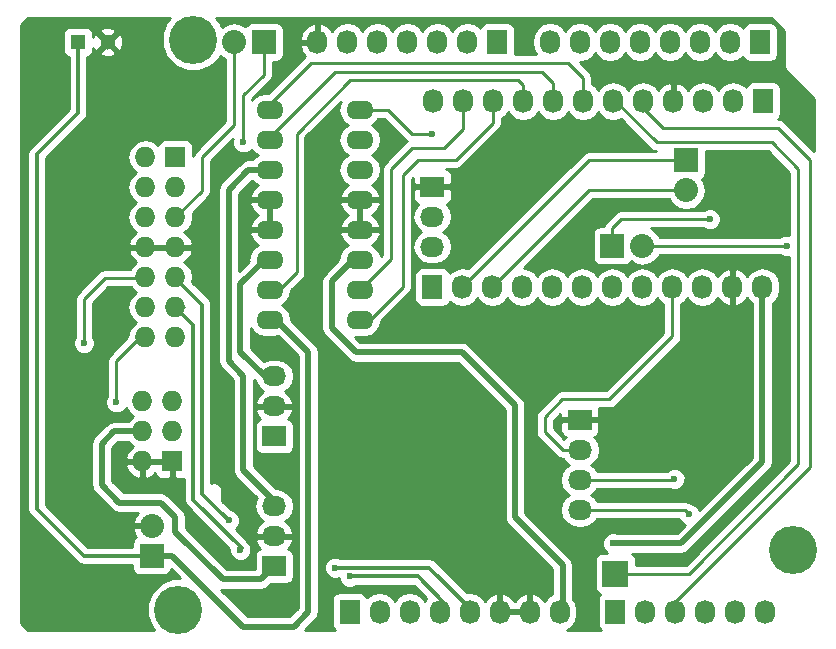
<source format=gbl>
G04 #@! TF.FileFunction,Copper,L2,Bot,Signal*
%FSLAX46Y46*%
G04 Gerber Fmt 4.6, Leading zero omitted, Abs format (unit mm)*
G04 Created by KiCad (PCBNEW 4.0.5) date 01/04/17 16:34:07*
%MOMM*%
%LPD*%
G01*
G04 APERTURE LIST*
%ADD10C,0.100000*%
%ADD11C,4.064000*%
%ADD12R,1.727200X2.032000*%
%ADD13O,1.727200X2.032000*%
%ADD14R,1.300000X1.300000*%
%ADD15C,1.300000*%
%ADD16R,2.032000X1.727200*%
%ADD17O,2.032000X1.727200*%
%ADD18R,2.032000X2.032000*%
%ADD19O,2.032000X2.032000*%
%ADD20R,1.727200X1.727200*%
%ADD21O,1.727200X1.727200*%
%ADD22R,2.235200X2.235200*%
%ADD23O,2.300000X1.600000*%
%ADD24C,0.600000*%
%ADD25C,0.500000*%
%ADD26C,0.300000*%
%ADD27C,0.250000*%
%ADD28C,0.254000*%
G04 APERTURE END LIST*
D10*
D11*
X166500000Y-108000000D03*
D12*
X164000000Y-70000000D03*
D13*
X161460000Y-70000000D03*
X158920000Y-70000000D03*
X156380000Y-70000000D03*
X153840000Y-70000000D03*
X151300000Y-70000000D03*
X148760000Y-70000000D03*
X146220000Y-70000000D03*
X143680000Y-70000000D03*
X141140000Y-70000000D03*
X138600000Y-70000000D03*
X136060000Y-70000000D03*
D14*
X106000000Y-65000000D03*
D15*
X108500000Y-65000000D03*
D12*
X136000000Y-85750000D03*
D13*
X138540000Y-85750000D03*
X141080000Y-85750000D03*
X143620000Y-85750000D03*
X146160000Y-85750000D03*
X148700000Y-85750000D03*
X151240000Y-85750000D03*
X153780000Y-85750000D03*
X156320000Y-85750000D03*
X158860000Y-85750000D03*
X161400000Y-85750000D03*
X163940000Y-85750000D03*
D16*
X136000000Y-77250000D03*
D17*
X136000000Y-79790000D03*
X136000000Y-82330000D03*
D18*
X151250000Y-82250000D03*
D19*
X153790000Y-82250000D03*
D12*
X129000000Y-113250000D03*
D13*
X131540000Y-113250000D03*
X134080000Y-113250000D03*
X136620000Y-113250000D03*
X139160000Y-113250000D03*
X141700000Y-113250000D03*
X144240000Y-113250000D03*
X146780000Y-113250000D03*
D12*
X151500000Y-113250000D03*
D13*
X154040000Y-113250000D03*
X156580000Y-113250000D03*
X159120000Y-113250000D03*
X161660000Y-113250000D03*
X164200000Y-113250000D03*
D12*
X141500000Y-65000000D03*
D13*
X138960000Y-65000000D03*
X136420000Y-65000000D03*
X133880000Y-65000000D03*
X131340000Y-65000000D03*
X128800000Y-65000000D03*
X126260000Y-65000000D03*
D12*
X163750000Y-65000000D03*
D13*
X161210000Y-65000000D03*
X158670000Y-65000000D03*
X156130000Y-65000000D03*
X153590000Y-65000000D03*
X151050000Y-65000000D03*
X148510000Y-65000000D03*
X145970000Y-65000000D03*
D20*
X114000000Y-100500000D03*
D21*
X111460000Y-100500000D03*
X114000000Y-97960000D03*
X111460000Y-97960000D03*
X114000000Y-95420000D03*
X111460000Y-95420000D03*
D20*
X114250000Y-74750000D03*
D21*
X111710000Y-74750000D03*
X114250000Y-77290000D03*
X111710000Y-77290000D03*
X114250000Y-79830000D03*
X111710000Y-79830000D03*
X114250000Y-82370000D03*
X111710000Y-82370000D03*
X114250000Y-84910000D03*
X111710000Y-84910000D03*
X114250000Y-87450000D03*
X111710000Y-87450000D03*
X114250000Y-89990000D03*
X111710000Y-89990000D03*
D22*
X151500000Y-110000000D03*
D16*
X148500000Y-97000000D03*
D17*
X148500000Y-99540000D03*
X148500000Y-102080000D03*
X148500000Y-104620000D03*
D18*
X112250000Y-108500000D03*
D19*
X112250000Y-105960000D03*
D23*
X122250000Y-70750000D03*
X122250000Y-73290000D03*
X122250000Y-75830000D03*
X122250000Y-78370000D03*
X122250000Y-80910000D03*
X122250000Y-83450000D03*
X122250000Y-85990000D03*
X122250000Y-88530000D03*
X129870000Y-88530000D03*
X129870000Y-85990000D03*
X129870000Y-83450000D03*
X129870000Y-80910000D03*
X129870000Y-78370000D03*
X129870000Y-75830000D03*
X129870000Y-73290000D03*
X129870000Y-70750000D03*
D16*
X122625000Y-98375000D03*
D17*
X122625000Y-95835000D03*
X122625000Y-93295000D03*
D16*
X122625000Y-109375000D03*
D17*
X122625000Y-106835000D03*
X122625000Y-104295000D03*
D18*
X121750000Y-65000000D03*
D19*
X119210000Y-65000000D03*
D11*
X115750000Y-64800000D03*
X114500000Y-113050000D03*
D18*
X157500000Y-75000000D03*
D19*
X157500000Y-77540000D03*
D24*
X151300000Y-107450000D03*
X109250000Y-95500000D03*
X106500000Y-90500000D03*
X136000000Y-72750000D03*
X156500000Y-102000000D03*
X159500000Y-80000000D03*
X157750000Y-105000000D03*
X166000000Y-82250000D03*
X129000000Y-110250000D03*
X118750000Y-105500000D03*
X127750000Y-109500000D03*
X119750000Y-108000000D03*
X120000000Y-73500000D03*
D25*
X122250000Y-88530000D02*
X122780000Y-88530000D01*
X122780000Y-88530000D02*
X125500000Y-91250000D01*
X125500000Y-91250000D02*
X125500000Y-113250000D01*
X125500000Y-113250000D02*
X124250000Y-114500000D01*
X124250000Y-114500000D02*
X120000000Y-114500000D01*
X120000000Y-114500000D02*
X114000000Y-108500000D01*
X114000000Y-108500000D02*
X112250000Y-108500000D01*
D26*
X112250000Y-108500000D02*
X106500000Y-108500000D01*
X106000000Y-71000000D02*
X106000000Y-65000000D01*
X102500000Y-74500000D02*
X106000000Y-71000000D01*
X102500000Y-104500000D02*
X102500000Y-74500000D01*
X106500000Y-108500000D02*
X102500000Y-104500000D01*
D25*
X163940000Y-85750000D02*
X163940000Y-100560000D01*
X157050000Y-107450000D02*
X151300000Y-107450000D01*
X163940000Y-100560000D02*
X157050000Y-107450000D01*
D27*
X157500000Y-75000000D02*
X149290000Y-75000000D01*
X149290000Y-75000000D02*
X138540000Y-85750000D01*
X157500000Y-77540000D02*
X149290000Y-77540000D01*
X149290000Y-77540000D02*
X141080000Y-85750000D01*
X109250000Y-92000000D02*
X111260000Y-89990000D01*
X109250000Y-95500000D02*
X109250000Y-92000000D01*
X111260000Y-89990000D02*
X111710000Y-89990000D01*
X108250000Y-85000000D02*
X111620000Y-85000000D01*
X106500000Y-86750000D02*
X108250000Y-85000000D01*
X106500000Y-90500000D02*
X106500000Y-86750000D01*
X111620000Y-85000000D02*
X111710000Y-84910000D01*
X111620000Y-85000000D02*
X111710000Y-84910000D01*
X156320000Y-85750000D02*
X156320000Y-89930000D01*
X147040000Y-99540000D02*
X148500000Y-99540000D01*
X145500000Y-98000000D02*
X147040000Y-99540000D01*
X145500000Y-96750000D02*
X145500000Y-98000000D01*
X147000000Y-95250000D02*
X145500000Y-96750000D01*
X151000000Y-95250000D02*
X147000000Y-95250000D01*
X156320000Y-89930000D02*
X151000000Y-95250000D01*
X132250000Y-70750000D02*
X129870000Y-70750000D01*
X134250000Y-72750000D02*
X132250000Y-70750000D01*
X136000000Y-72750000D02*
X134250000Y-72750000D01*
X151250000Y-82250000D02*
X151250000Y-80750000D01*
X156420000Y-102080000D02*
X148500000Y-102080000D01*
X156500000Y-102000000D02*
X156420000Y-102080000D01*
X152000000Y-80000000D02*
X159500000Y-80000000D01*
X151250000Y-80750000D02*
X152000000Y-80000000D01*
X153790000Y-82250000D02*
X166000000Y-82250000D01*
X157370000Y-104620000D02*
X148500000Y-104620000D01*
X157750000Y-105000000D02*
X157370000Y-104620000D01*
X153840000Y-70000000D02*
X153840000Y-70590000D01*
X153840000Y-70590000D02*
X155500000Y-72250000D01*
X155500000Y-72250000D02*
X165250000Y-72250000D01*
X165250000Y-72250000D02*
X168000000Y-75000000D01*
X168000000Y-75000000D02*
X168000000Y-101000000D01*
X168000000Y-101000000D02*
X156580000Y-112420000D01*
X156580000Y-112420000D02*
X156580000Y-113250000D01*
X151300000Y-70000000D02*
X151500000Y-70000000D01*
X151500000Y-70000000D02*
X155000000Y-73500000D01*
X155000000Y-73500000D02*
X164750000Y-73500000D01*
X164750000Y-73500000D02*
X167000000Y-75750000D01*
X167000000Y-75750000D02*
X167000000Y-100750000D01*
X167000000Y-100750000D02*
X157750000Y-110000000D01*
X157750000Y-110000000D02*
X151500000Y-110000000D01*
X122250000Y-70750000D02*
X122250000Y-70250000D01*
X122250000Y-70250000D02*
X125750000Y-66750000D01*
X148760000Y-68010000D02*
X148760000Y-70000000D01*
X147500000Y-66750000D02*
X148760000Y-68010000D01*
X125750000Y-66750000D02*
X147500000Y-66750000D01*
X122250000Y-70750000D02*
X122750000Y-70750000D01*
X122250000Y-73290000D02*
X122250000Y-73000000D01*
X122250000Y-73000000D02*
X127750000Y-67500000D01*
X146220000Y-68470000D02*
X146220000Y-70000000D01*
X145250000Y-67500000D02*
X146220000Y-68470000D01*
X127750000Y-67500000D02*
X145250000Y-67500000D01*
X122250000Y-73290000D02*
X122710000Y-73290000D01*
X122250000Y-85990000D02*
X123010000Y-85990000D01*
X123010000Y-85990000D02*
X124500000Y-84500000D01*
X143680000Y-68680000D02*
X143680000Y-70000000D01*
X143250000Y-68250000D02*
X143680000Y-68680000D01*
X129000000Y-68250000D02*
X143250000Y-68250000D01*
X124500000Y-72750000D02*
X129000000Y-68250000D01*
X124500000Y-84500000D02*
X124500000Y-72750000D01*
X141140000Y-70000000D02*
X141140000Y-71860000D01*
X133500000Y-85750000D02*
X130720000Y-88530000D01*
X133500000Y-76250000D02*
X133500000Y-85750000D01*
X134750000Y-75000000D02*
X133500000Y-76250000D01*
X138000000Y-75000000D02*
X134750000Y-75000000D01*
X141140000Y-71860000D02*
X138000000Y-75000000D01*
X130720000Y-88530000D02*
X129870000Y-88530000D01*
X129870000Y-88530000D02*
X129970000Y-88530000D01*
X138600000Y-70000000D02*
X138600000Y-72400000D01*
X132500000Y-83360000D02*
X129870000Y-85990000D01*
X132500000Y-75750000D02*
X132500000Y-83360000D01*
X134250000Y-74000000D02*
X132500000Y-75750000D01*
X137000000Y-74000000D02*
X134250000Y-74000000D01*
X138600000Y-72400000D02*
X137000000Y-74000000D01*
X129870000Y-85990000D02*
X130010000Y-85990000D01*
D26*
X118000000Y-104750000D02*
X118750000Y-105500000D01*
X116500000Y-87250000D02*
X116500000Y-103250000D01*
X116500000Y-103250000D02*
X118000000Y-104750000D01*
X114250000Y-85000000D02*
X116500000Y-87250000D01*
X134750000Y-110250000D02*
X136870000Y-112370000D01*
X129000000Y-110250000D02*
X134750000Y-110250000D01*
X136870000Y-112370000D02*
X136870000Y-113250000D01*
X114250000Y-84910000D02*
X114250000Y-85000000D01*
X114250000Y-84910000D02*
X114660000Y-84910000D01*
X119875000Y-107875000D02*
X119750000Y-108000000D01*
X119875000Y-107875000D02*
X115750000Y-103750000D01*
X115750000Y-103750000D02*
X115750000Y-88950000D01*
X114250000Y-87450000D02*
X115750000Y-88950000D01*
X135750000Y-109500000D02*
X139410000Y-113160000D01*
X127750000Y-109500000D02*
X135750000Y-109500000D01*
X139410000Y-113160000D02*
X139410000Y-113250000D01*
X139410000Y-113250000D02*
X139410000Y-113160000D01*
X139410000Y-113250000D02*
X139410000Y-112910000D01*
X114250000Y-87450000D02*
X114450000Y-87450000D01*
X139500000Y-113160000D02*
X139410000Y-113250000D01*
X114250000Y-87450000D02*
X114250000Y-87500000D01*
D27*
X114250000Y-87450000D02*
X114950000Y-87450000D01*
D25*
X129870000Y-83450000D02*
X129300000Y-83450000D01*
X129300000Y-83450000D02*
X127500000Y-85250000D01*
X147030000Y-109280000D02*
X147030000Y-113250000D01*
X143000000Y-105250000D02*
X147030000Y-109280000D01*
X143000000Y-95750000D02*
X143000000Y-105250000D01*
X138500000Y-91250000D02*
X143000000Y-95750000D01*
X129500000Y-91250000D02*
X138500000Y-91250000D01*
X127500000Y-89250000D02*
X129500000Y-91250000D01*
X127500000Y-85250000D02*
X127500000Y-89250000D01*
D27*
X121750000Y-65000000D02*
X121750000Y-67750000D01*
X120000000Y-69500000D02*
X120000000Y-73500000D01*
X121750000Y-67750000D02*
X120000000Y-69500000D01*
X119210000Y-65000000D02*
X119210000Y-72040000D01*
X116500000Y-77580000D02*
X114250000Y-79830000D01*
X116500000Y-74750000D02*
X116500000Y-77580000D01*
X119210000Y-72040000D02*
X116500000Y-74750000D01*
X130840000Y-65000000D02*
X130840000Y-65160000D01*
D25*
X111460000Y-97960000D02*
X109040000Y-97960000D01*
X121500000Y-110500000D02*
X122625000Y-109375000D01*
X118250000Y-110500000D02*
X121500000Y-110500000D01*
X114250000Y-106500000D02*
X118250000Y-110500000D01*
X114250000Y-105250000D02*
X114250000Y-106500000D01*
X113000000Y-104000000D02*
X114250000Y-105250000D01*
X109500000Y-104000000D02*
X113000000Y-104000000D01*
X108000000Y-102500000D02*
X109500000Y-104000000D01*
X108000000Y-99000000D02*
X108000000Y-102500000D01*
X109040000Y-97960000D02*
X108000000Y-99000000D01*
X122625000Y-104295000D02*
X122625000Y-103875000D01*
X122625000Y-103875000D02*
X120000000Y-101250000D01*
X120420000Y-75830000D02*
X122250000Y-75830000D01*
X118750000Y-77500000D02*
X120420000Y-75830000D01*
X118750000Y-92000000D02*
X118750000Y-77500000D01*
X120000000Y-93250000D02*
X118750000Y-92000000D01*
X120000000Y-101250000D02*
X120000000Y-93250000D01*
X122250000Y-75830000D02*
X121670000Y-75830000D01*
X122625000Y-104125000D02*
X122625000Y-104295000D01*
X122625000Y-104295000D02*
X122625000Y-104125000D01*
X122250000Y-83450000D02*
X121800000Y-83450000D01*
X121800000Y-83450000D02*
X119750000Y-85500000D01*
X119750000Y-91250000D02*
X121795000Y-93295000D01*
X119750000Y-85500000D02*
X119750000Y-91250000D01*
X121795000Y-93295000D02*
X122625000Y-93295000D01*
D27*
X122625000Y-93295000D02*
X122045000Y-93295000D01*
X121300000Y-83450000D02*
X122250000Y-83450000D01*
D28*
G36*
X113490345Y-63287293D02*
X113083464Y-64267173D01*
X113082538Y-65328172D01*
X113487709Y-66308761D01*
X114237293Y-67059655D01*
X115217173Y-67466536D01*
X116278172Y-67467462D01*
X117258761Y-67062291D01*
X118009655Y-66312707D01*
X118053511Y-66207090D01*
X118450000Y-66472016D01*
X118450000Y-71725198D01*
X115962599Y-74212599D01*
X115797852Y-74459161D01*
X115761040Y-74644226D01*
X115761040Y-73886400D01*
X115716762Y-73651083D01*
X115577690Y-73434959D01*
X115365490Y-73289969D01*
X115113600Y-73238960D01*
X113386400Y-73238960D01*
X113151083Y-73283238D01*
X112934959Y-73422310D01*
X112789969Y-73634510D01*
X112781092Y-73678345D01*
X112312848Y-73365474D01*
X111739359Y-73251400D01*
X111680641Y-73251400D01*
X111107152Y-73365474D01*
X110620971Y-73690330D01*
X110296115Y-74176511D01*
X110182041Y-74750000D01*
X110296115Y-75323489D01*
X110620971Y-75809670D01*
X110935752Y-76020000D01*
X110620971Y-76230330D01*
X110296115Y-76716511D01*
X110182041Y-77290000D01*
X110296115Y-77863489D01*
X110620971Y-78349670D01*
X110935752Y-78560000D01*
X110620971Y-78770330D01*
X110296115Y-79256511D01*
X110182041Y-79830000D01*
X110296115Y-80403489D01*
X110620971Y-80889670D01*
X110944228Y-81105664D01*
X110821510Y-81163179D01*
X110427312Y-81595053D01*
X110255042Y-82010974D01*
X110376183Y-82243000D01*
X111583000Y-82243000D01*
X111583000Y-82223000D01*
X111837000Y-82223000D01*
X111837000Y-82243000D01*
X114123000Y-82243000D01*
X114123000Y-82223000D01*
X114377000Y-82223000D01*
X114377000Y-82243000D01*
X115583817Y-82243000D01*
X115704958Y-82010974D01*
X115532688Y-81595053D01*
X115138490Y-81163179D01*
X115015772Y-81105664D01*
X115339029Y-80889670D01*
X115663885Y-80403489D01*
X115777959Y-79830000D01*
X115702775Y-79452027D01*
X117037401Y-78117401D01*
X117202148Y-77870839D01*
X117260000Y-77580000D01*
X117260000Y-75064802D01*
X119103196Y-73221606D01*
X119065162Y-73313201D01*
X119064838Y-73685167D01*
X119206883Y-74028943D01*
X119469673Y-74292192D01*
X119813201Y-74434838D01*
X120185167Y-74435162D01*
X120528943Y-74293117D01*
X120717094Y-74105294D01*
X120850332Y-74304698D01*
X121232418Y-74560000D01*
X120850332Y-74815302D01*
X120763670Y-74945000D01*
X120420005Y-74945000D01*
X120420000Y-74944999D01*
X120143498Y-75000000D01*
X120081325Y-75012367D01*
X119794210Y-75204210D01*
X119794208Y-75204213D01*
X118124210Y-76874210D01*
X117932367Y-77161325D01*
X117932367Y-77161326D01*
X117864999Y-77500000D01*
X117865000Y-77500005D01*
X117865000Y-91999995D01*
X117864999Y-92000000D01*
X117911810Y-92235330D01*
X117932367Y-92338675D01*
X118065151Y-92537401D01*
X118124210Y-92625790D01*
X119115000Y-93616579D01*
X119115000Y-101249995D01*
X119114999Y-101250000D01*
X119140431Y-101377852D01*
X119182367Y-101588675D01*
X119296842Y-101760000D01*
X119374210Y-101875790D01*
X121121499Y-103623079D01*
X121055729Y-103721511D01*
X120941655Y-104295000D01*
X121055729Y-104868489D01*
X121380585Y-105354670D01*
X121690069Y-105561461D01*
X121274268Y-105932964D01*
X121020291Y-106460209D01*
X121017642Y-106475974D01*
X121138783Y-106708000D01*
X122498000Y-106708000D01*
X122498000Y-106688000D01*
X122752000Y-106688000D01*
X122752000Y-106708000D01*
X124111217Y-106708000D01*
X124232358Y-106475974D01*
X124229709Y-106460209D01*
X123975732Y-105932964D01*
X123559931Y-105561461D01*
X123869415Y-105354670D01*
X124194271Y-104868489D01*
X124308345Y-104295000D01*
X124194271Y-103721511D01*
X123869415Y-103235330D01*
X123383234Y-102910474D01*
X122809745Y-102796400D01*
X122797979Y-102796400D01*
X120885000Y-100883420D01*
X120885000Y-97511400D01*
X120961560Y-97511400D01*
X120961560Y-99238600D01*
X121005838Y-99473917D01*
X121144910Y-99690041D01*
X121357110Y-99835031D01*
X121609000Y-99886040D01*
X123641000Y-99886040D01*
X123876317Y-99841762D01*
X124092441Y-99702690D01*
X124237431Y-99490490D01*
X124288440Y-99238600D01*
X124288440Y-97511400D01*
X124244162Y-97276083D01*
X124105090Y-97059959D01*
X123892890Y-96914969D01*
X123798073Y-96895768D01*
X123975732Y-96737036D01*
X124229709Y-96209791D01*
X124232358Y-96194026D01*
X124111217Y-95962000D01*
X122752000Y-95962000D01*
X122752000Y-95982000D01*
X122498000Y-95982000D01*
X122498000Y-95962000D01*
X121138783Y-95962000D01*
X121017642Y-96194026D01*
X121020291Y-96209791D01*
X121274268Y-96737036D01*
X121449845Y-96893907D01*
X121373683Y-96908238D01*
X121157559Y-97047310D01*
X121012569Y-97259510D01*
X120961560Y-97511400D01*
X120885000Y-97511400D01*
X120885000Y-93636579D01*
X121040538Y-93792117D01*
X121055729Y-93868489D01*
X121380585Y-94354670D01*
X121690069Y-94561461D01*
X121274268Y-94932964D01*
X121020291Y-95460209D01*
X121017642Y-95475974D01*
X121138783Y-95708000D01*
X122498000Y-95708000D01*
X122498000Y-95688000D01*
X122752000Y-95688000D01*
X122752000Y-95708000D01*
X124111217Y-95708000D01*
X124232358Y-95475974D01*
X124229709Y-95460209D01*
X123975732Y-94932964D01*
X123559931Y-94561461D01*
X123869415Y-94354670D01*
X124194271Y-93868489D01*
X124308345Y-93295000D01*
X124194271Y-92721511D01*
X123869415Y-92235330D01*
X123383234Y-91910474D01*
X122809745Y-91796400D01*
X122440255Y-91796400D01*
X121866766Y-91910474D01*
X121744050Y-91992470D01*
X120635000Y-90883420D01*
X120635000Y-89222431D01*
X120850332Y-89544698D01*
X121315879Y-89855767D01*
X121865030Y-89965000D01*
X122634970Y-89965000D01*
X122908927Y-89910507D01*
X124615000Y-91616579D01*
X124615000Y-112883421D01*
X123883420Y-113615000D01*
X120366579Y-113615000D01*
X118108417Y-111356838D01*
X118250000Y-111385001D01*
X118250005Y-111385000D01*
X121499995Y-111385000D01*
X121500000Y-111385001D01*
X121782484Y-111328810D01*
X121838675Y-111317633D01*
X122125790Y-111125790D01*
X122365540Y-110886040D01*
X123641000Y-110886040D01*
X123876317Y-110841762D01*
X124092441Y-110702690D01*
X124237431Y-110490490D01*
X124288440Y-110238600D01*
X124288440Y-108511400D01*
X124244162Y-108276083D01*
X124105090Y-108059959D01*
X123892890Y-107914969D01*
X123798073Y-107895768D01*
X123975732Y-107737036D01*
X124229709Y-107209791D01*
X124232358Y-107194026D01*
X124111217Y-106962000D01*
X122752000Y-106962000D01*
X122752000Y-106982000D01*
X122498000Y-106982000D01*
X122498000Y-106962000D01*
X121138783Y-106962000D01*
X121017642Y-107194026D01*
X121020291Y-107209791D01*
X121274268Y-107737036D01*
X121449845Y-107893907D01*
X121373683Y-107908238D01*
X121157559Y-108047310D01*
X121012569Y-108259510D01*
X120961560Y-108511400D01*
X120961560Y-109615000D01*
X118616579Y-109615000D01*
X115135000Y-106133420D01*
X115135000Y-105250005D01*
X115135001Y-105250000D01*
X115067633Y-104911326D01*
X115067633Y-104911325D01*
X114875790Y-104624210D01*
X114875787Y-104624208D01*
X113625790Y-103374210D01*
X113541116Y-103317633D01*
X113338675Y-103182367D01*
X113282484Y-103171190D01*
X113000000Y-103114999D01*
X112999995Y-103115000D01*
X109866579Y-103115000D01*
X108885000Y-102133420D01*
X108885000Y-100859026D01*
X110005042Y-100859026D01*
X110177312Y-101274947D01*
X110571510Y-101706821D01*
X111100973Y-101954968D01*
X111333000Y-101834469D01*
X111333000Y-100627000D01*
X111587000Y-100627000D01*
X111587000Y-101834469D01*
X111819027Y-101954968D01*
X112348490Y-101706821D01*
X112515471Y-101523881D01*
X112598073Y-101723299D01*
X112776702Y-101901927D01*
X113010091Y-101998600D01*
X113714250Y-101998600D01*
X113873000Y-101839850D01*
X113873000Y-100627000D01*
X111587000Y-100627000D01*
X111333000Y-100627000D01*
X110126183Y-100627000D01*
X110005042Y-100859026D01*
X108885000Y-100859026D01*
X108885000Y-99366580D01*
X109406579Y-98845000D01*
X110254260Y-98845000D01*
X110370971Y-99019670D01*
X110694228Y-99235664D01*
X110571510Y-99293179D01*
X110177312Y-99725053D01*
X110005042Y-100140974D01*
X110126183Y-100373000D01*
X111333000Y-100373000D01*
X111333000Y-100353000D01*
X111587000Y-100353000D01*
X111587000Y-100373000D01*
X113873000Y-100373000D01*
X113873000Y-100353000D01*
X114127000Y-100353000D01*
X114127000Y-100373000D01*
X114147000Y-100373000D01*
X114147000Y-100627000D01*
X114127000Y-100627000D01*
X114127000Y-101839850D01*
X114285750Y-101998600D01*
X114965000Y-101998600D01*
X114965000Y-103750000D01*
X115024755Y-104050407D01*
X115194921Y-104305079D01*
X118815064Y-107925222D01*
X118814838Y-108185167D01*
X118956883Y-108528943D01*
X119219673Y-108792192D01*
X119563201Y-108934838D01*
X119935167Y-108935162D01*
X120278943Y-108793117D01*
X120542192Y-108530327D01*
X120684838Y-108186799D01*
X120685162Y-107814833D01*
X120613564Y-107641553D01*
X120600245Y-107574593D01*
X120562647Y-107518324D01*
X120543117Y-107471057D01*
X120506667Y-107434543D01*
X120430079Y-107319921D01*
X119341163Y-106231005D01*
X119542192Y-106030327D01*
X119684838Y-105686799D01*
X119685162Y-105314833D01*
X119543117Y-104971057D01*
X119280327Y-104707808D01*
X118936799Y-104565162D01*
X118925310Y-104565152D01*
X118210000Y-103849842D01*
X118210000Y-103000000D01*
X118155954Y-102728295D01*
X118002046Y-102497954D01*
X117771705Y-102344046D01*
X117500000Y-102290000D01*
X117285000Y-102332767D01*
X117285000Y-87250005D01*
X117285001Y-87250000D01*
X117225245Y-86949594D01*
X117075013Y-86724755D01*
X117055079Y-86694921D01*
X117055076Y-86694919D01*
X115693709Y-85333552D01*
X115777959Y-84910000D01*
X115663885Y-84336511D01*
X115339029Y-83850330D01*
X115015772Y-83634336D01*
X115138490Y-83576821D01*
X115532688Y-83144947D01*
X115704958Y-82729026D01*
X115583817Y-82497000D01*
X114377000Y-82497000D01*
X114377000Y-82517000D01*
X114123000Y-82517000D01*
X114123000Y-82497000D01*
X111837000Y-82497000D01*
X111837000Y-82517000D01*
X111583000Y-82517000D01*
X111583000Y-82497000D01*
X110376183Y-82497000D01*
X110255042Y-82729026D01*
X110427312Y-83144947D01*
X110821510Y-83576821D01*
X110944228Y-83634336D01*
X110620971Y-83850330D01*
X110360602Y-84240000D01*
X108250000Y-84240000D01*
X107959161Y-84297852D01*
X107712599Y-84462599D01*
X105962599Y-86212599D01*
X105797852Y-86459161D01*
X105740000Y-86750000D01*
X105740000Y-89937537D01*
X105707808Y-89969673D01*
X105565162Y-90313201D01*
X105564838Y-90685167D01*
X105706883Y-91028943D01*
X105969673Y-91292192D01*
X106313201Y-91434838D01*
X106685167Y-91435162D01*
X107028943Y-91293117D01*
X107292192Y-91030327D01*
X107434838Y-90686799D01*
X107435162Y-90314833D01*
X107293117Y-89971057D01*
X107260000Y-89937882D01*
X107260000Y-87064802D01*
X108564802Y-85760000D01*
X110480874Y-85760000D01*
X110620971Y-85969670D01*
X110935752Y-86180000D01*
X110620971Y-86390330D01*
X110296115Y-86876511D01*
X110182041Y-87450000D01*
X110296115Y-88023489D01*
X110620971Y-88509670D01*
X110935752Y-88720000D01*
X110620971Y-88930330D01*
X110296115Y-89416511D01*
X110182041Y-89990000D01*
X110182565Y-89992633D01*
X108712599Y-91462599D01*
X108547852Y-91709161D01*
X108490000Y-92000000D01*
X108490000Y-94937537D01*
X108457808Y-94969673D01*
X108315162Y-95313201D01*
X108314838Y-95685167D01*
X108456883Y-96028943D01*
X108719673Y-96292192D01*
X109063201Y-96434838D01*
X109435167Y-96435162D01*
X109778943Y-96293117D01*
X110042192Y-96030327D01*
X110053129Y-96003987D01*
X110370971Y-96479670D01*
X110685752Y-96690000D01*
X110370971Y-96900330D01*
X110254260Y-97075000D01*
X109040005Y-97075000D01*
X109040000Y-97074999D01*
X108701325Y-97142367D01*
X108414210Y-97334210D01*
X108414208Y-97334213D01*
X107374210Y-98374210D01*
X107182367Y-98661325D01*
X107182367Y-98661326D01*
X107114999Y-99000000D01*
X107115000Y-99000005D01*
X107115000Y-102499995D01*
X107114999Y-102500000D01*
X107145531Y-102653489D01*
X107182367Y-102838675D01*
X107367000Y-103114999D01*
X107374210Y-103125790D01*
X108874208Y-104625787D01*
X108874210Y-104625790D01*
X109161325Y-104817633D01*
X109500000Y-104885000D01*
X111038507Y-104885000D01*
X110843615Y-105095182D01*
X110644025Y-105577056D01*
X110763164Y-105833000D01*
X112123000Y-105833000D01*
X112123000Y-105813000D01*
X112377000Y-105813000D01*
X112377000Y-105833000D01*
X112397000Y-105833000D01*
X112397000Y-106087000D01*
X112377000Y-106087000D01*
X112377000Y-106107000D01*
X112123000Y-106107000D01*
X112123000Y-106087000D01*
X110763164Y-106087000D01*
X110644025Y-106342944D01*
X110843615Y-106824818D01*
X110934097Y-106922398D01*
X110782559Y-107019910D01*
X110637569Y-107232110D01*
X110586560Y-107484000D01*
X110586560Y-107715000D01*
X106825158Y-107715000D01*
X103285000Y-104174842D01*
X103285000Y-74825158D01*
X106555076Y-71555081D01*
X106555079Y-71555079D01*
X106725245Y-71300406D01*
X106785000Y-71000000D01*
X106785000Y-66272038D01*
X106885317Y-66253162D01*
X107101441Y-66114090D01*
X107246431Y-65901890D01*
X107247012Y-65899016D01*
X107780590Y-65899016D01*
X107836271Y-66129611D01*
X108319078Y-66297622D01*
X108829428Y-66268083D01*
X109163729Y-66129611D01*
X109219410Y-65899016D01*
X108500000Y-65179605D01*
X107780590Y-65899016D01*
X107247012Y-65899016D01*
X107297440Y-65650000D01*
X107297440Y-65487615D01*
X107370389Y-65663729D01*
X107600984Y-65719410D01*
X108320395Y-65000000D01*
X108679605Y-65000000D01*
X109399016Y-65719410D01*
X109629611Y-65663729D01*
X109797622Y-65180922D01*
X109768083Y-64670572D01*
X109629611Y-64336271D01*
X109399016Y-64280590D01*
X108679605Y-65000000D01*
X108320395Y-65000000D01*
X107600984Y-64280590D01*
X107370389Y-64336271D01*
X107297440Y-64545902D01*
X107297440Y-64350000D01*
X107253162Y-64114683D01*
X107244347Y-64100984D01*
X107780590Y-64100984D01*
X108500000Y-64820395D01*
X109219410Y-64100984D01*
X109163729Y-63870389D01*
X108680922Y-63702378D01*
X108170572Y-63731917D01*
X107836271Y-63870389D01*
X107780590Y-64100984D01*
X107244347Y-64100984D01*
X107114090Y-63898559D01*
X106901890Y-63753569D01*
X106650000Y-63702560D01*
X105350000Y-63702560D01*
X105114683Y-63746838D01*
X104898559Y-63885910D01*
X104753569Y-64098110D01*
X104702560Y-64350000D01*
X104702560Y-65650000D01*
X104746838Y-65885317D01*
X104885910Y-66101441D01*
X105098110Y-66246431D01*
X105215000Y-66270102D01*
X105215000Y-70674843D01*
X101944921Y-73944921D01*
X101774755Y-74199593D01*
X101762739Y-74260000D01*
X101715000Y-74500000D01*
X101715000Y-104500000D01*
X101774755Y-104800407D01*
X101944921Y-105055079D01*
X105944921Y-109055079D01*
X106199593Y-109225245D01*
X106500000Y-109285000D01*
X110586560Y-109285000D01*
X110586560Y-109516000D01*
X110630838Y-109751317D01*
X110769910Y-109967441D01*
X110982110Y-110112431D01*
X111234000Y-110163440D01*
X113266000Y-110163440D01*
X113501317Y-110119162D01*
X113717441Y-109980090D01*
X113862431Y-109767890D01*
X113888345Y-109639925D01*
X114631534Y-110383114D01*
X113971828Y-110382538D01*
X112991239Y-110787709D01*
X112240345Y-111537293D01*
X111833464Y-112517173D01*
X111832538Y-113578172D01*
X112237709Y-114558761D01*
X112468545Y-114790000D01*
X101794092Y-114790000D01*
X101210000Y-114205908D01*
X101210000Y-63544092D01*
X101794092Y-62960000D01*
X113818210Y-62960000D01*
X113490345Y-63287293D01*
X113490345Y-63287293D01*
G37*
X113490345Y-63287293D02*
X113083464Y-64267173D01*
X113082538Y-65328172D01*
X113487709Y-66308761D01*
X114237293Y-67059655D01*
X115217173Y-67466536D01*
X116278172Y-67467462D01*
X117258761Y-67062291D01*
X118009655Y-66312707D01*
X118053511Y-66207090D01*
X118450000Y-66472016D01*
X118450000Y-71725198D01*
X115962599Y-74212599D01*
X115797852Y-74459161D01*
X115761040Y-74644226D01*
X115761040Y-73886400D01*
X115716762Y-73651083D01*
X115577690Y-73434959D01*
X115365490Y-73289969D01*
X115113600Y-73238960D01*
X113386400Y-73238960D01*
X113151083Y-73283238D01*
X112934959Y-73422310D01*
X112789969Y-73634510D01*
X112781092Y-73678345D01*
X112312848Y-73365474D01*
X111739359Y-73251400D01*
X111680641Y-73251400D01*
X111107152Y-73365474D01*
X110620971Y-73690330D01*
X110296115Y-74176511D01*
X110182041Y-74750000D01*
X110296115Y-75323489D01*
X110620971Y-75809670D01*
X110935752Y-76020000D01*
X110620971Y-76230330D01*
X110296115Y-76716511D01*
X110182041Y-77290000D01*
X110296115Y-77863489D01*
X110620971Y-78349670D01*
X110935752Y-78560000D01*
X110620971Y-78770330D01*
X110296115Y-79256511D01*
X110182041Y-79830000D01*
X110296115Y-80403489D01*
X110620971Y-80889670D01*
X110944228Y-81105664D01*
X110821510Y-81163179D01*
X110427312Y-81595053D01*
X110255042Y-82010974D01*
X110376183Y-82243000D01*
X111583000Y-82243000D01*
X111583000Y-82223000D01*
X111837000Y-82223000D01*
X111837000Y-82243000D01*
X114123000Y-82243000D01*
X114123000Y-82223000D01*
X114377000Y-82223000D01*
X114377000Y-82243000D01*
X115583817Y-82243000D01*
X115704958Y-82010974D01*
X115532688Y-81595053D01*
X115138490Y-81163179D01*
X115015772Y-81105664D01*
X115339029Y-80889670D01*
X115663885Y-80403489D01*
X115777959Y-79830000D01*
X115702775Y-79452027D01*
X117037401Y-78117401D01*
X117202148Y-77870839D01*
X117260000Y-77580000D01*
X117260000Y-75064802D01*
X119103196Y-73221606D01*
X119065162Y-73313201D01*
X119064838Y-73685167D01*
X119206883Y-74028943D01*
X119469673Y-74292192D01*
X119813201Y-74434838D01*
X120185167Y-74435162D01*
X120528943Y-74293117D01*
X120717094Y-74105294D01*
X120850332Y-74304698D01*
X121232418Y-74560000D01*
X120850332Y-74815302D01*
X120763670Y-74945000D01*
X120420005Y-74945000D01*
X120420000Y-74944999D01*
X120143498Y-75000000D01*
X120081325Y-75012367D01*
X119794210Y-75204210D01*
X119794208Y-75204213D01*
X118124210Y-76874210D01*
X117932367Y-77161325D01*
X117932367Y-77161326D01*
X117864999Y-77500000D01*
X117865000Y-77500005D01*
X117865000Y-91999995D01*
X117864999Y-92000000D01*
X117911810Y-92235330D01*
X117932367Y-92338675D01*
X118065151Y-92537401D01*
X118124210Y-92625790D01*
X119115000Y-93616579D01*
X119115000Y-101249995D01*
X119114999Y-101250000D01*
X119140431Y-101377852D01*
X119182367Y-101588675D01*
X119296842Y-101760000D01*
X119374210Y-101875790D01*
X121121499Y-103623079D01*
X121055729Y-103721511D01*
X120941655Y-104295000D01*
X121055729Y-104868489D01*
X121380585Y-105354670D01*
X121690069Y-105561461D01*
X121274268Y-105932964D01*
X121020291Y-106460209D01*
X121017642Y-106475974D01*
X121138783Y-106708000D01*
X122498000Y-106708000D01*
X122498000Y-106688000D01*
X122752000Y-106688000D01*
X122752000Y-106708000D01*
X124111217Y-106708000D01*
X124232358Y-106475974D01*
X124229709Y-106460209D01*
X123975732Y-105932964D01*
X123559931Y-105561461D01*
X123869415Y-105354670D01*
X124194271Y-104868489D01*
X124308345Y-104295000D01*
X124194271Y-103721511D01*
X123869415Y-103235330D01*
X123383234Y-102910474D01*
X122809745Y-102796400D01*
X122797979Y-102796400D01*
X120885000Y-100883420D01*
X120885000Y-97511400D01*
X120961560Y-97511400D01*
X120961560Y-99238600D01*
X121005838Y-99473917D01*
X121144910Y-99690041D01*
X121357110Y-99835031D01*
X121609000Y-99886040D01*
X123641000Y-99886040D01*
X123876317Y-99841762D01*
X124092441Y-99702690D01*
X124237431Y-99490490D01*
X124288440Y-99238600D01*
X124288440Y-97511400D01*
X124244162Y-97276083D01*
X124105090Y-97059959D01*
X123892890Y-96914969D01*
X123798073Y-96895768D01*
X123975732Y-96737036D01*
X124229709Y-96209791D01*
X124232358Y-96194026D01*
X124111217Y-95962000D01*
X122752000Y-95962000D01*
X122752000Y-95982000D01*
X122498000Y-95982000D01*
X122498000Y-95962000D01*
X121138783Y-95962000D01*
X121017642Y-96194026D01*
X121020291Y-96209791D01*
X121274268Y-96737036D01*
X121449845Y-96893907D01*
X121373683Y-96908238D01*
X121157559Y-97047310D01*
X121012569Y-97259510D01*
X120961560Y-97511400D01*
X120885000Y-97511400D01*
X120885000Y-93636579D01*
X121040538Y-93792117D01*
X121055729Y-93868489D01*
X121380585Y-94354670D01*
X121690069Y-94561461D01*
X121274268Y-94932964D01*
X121020291Y-95460209D01*
X121017642Y-95475974D01*
X121138783Y-95708000D01*
X122498000Y-95708000D01*
X122498000Y-95688000D01*
X122752000Y-95688000D01*
X122752000Y-95708000D01*
X124111217Y-95708000D01*
X124232358Y-95475974D01*
X124229709Y-95460209D01*
X123975732Y-94932964D01*
X123559931Y-94561461D01*
X123869415Y-94354670D01*
X124194271Y-93868489D01*
X124308345Y-93295000D01*
X124194271Y-92721511D01*
X123869415Y-92235330D01*
X123383234Y-91910474D01*
X122809745Y-91796400D01*
X122440255Y-91796400D01*
X121866766Y-91910474D01*
X121744050Y-91992470D01*
X120635000Y-90883420D01*
X120635000Y-89222431D01*
X120850332Y-89544698D01*
X121315879Y-89855767D01*
X121865030Y-89965000D01*
X122634970Y-89965000D01*
X122908927Y-89910507D01*
X124615000Y-91616579D01*
X124615000Y-112883421D01*
X123883420Y-113615000D01*
X120366579Y-113615000D01*
X118108417Y-111356838D01*
X118250000Y-111385001D01*
X118250005Y-111385000D01*
X121499995Y-111385000D01*
X121500000Y-111385001D01*
X121782484Y-111328810D01*
X121838675Y-111317633D01*
X122125790Y-111125790D01*
X122365540Y-110886040D01*
X123641000Y-110886040D01*
X123876317Y-110841762D01*
X124092441Y-110702690D01*
X124237431Y-110490490D01*
X124288440Y-110238600D01*
X124288440Y-108511400D01*
X124244162Y-108276083D01*
X124105090Y-108059959D01*
X123892890Y-107914969D01*
X123798073Y-107895768D01*
X123975732Y-107737036D01*
X124229709Y-107209791D01*
X124232358Y-107194026D01*
X124111217Y-106962000D01*
X122752000Y-106962000D01*
X122752000Y-106982000D01*
X122498000Y-106982000D01*
X122498000Y-106962000D01*
X121138783Y-106962000D01*
X121017642Y-107194026D01*
X121020291Y-107209791D01*
X121274268Y-107737036D01*
X121449845Y-107893907D01*
X121373683Y-107908238D01*
X121157559Y-108047310D01*
X121012569Y-108259510D01*
X120961560Y-108511400D01*
X120961560Y-109615000D01*
X118616579Y-109615000D01*
X115135000Y-106133420D01*
X115135000Y-105250005D01*
X115135001Y-105250000D01*
X115067633Y-104911326D01*
X115067633Y-104911325D01*
X114875790Y-104624210D01*
X114875787Y-104624208D01*
X113625790Y-103374210D01*
X113541116Y-103317633D01*
X113338675Y-103182367D01*
X113282484Y-103171190D01*
X113000000Y-103114999D01*
X112999995Y-103115000D01*
X109866579Y-103115000D01*
X108885000Y-102133420D01*
X108885000Y-100859026D01*
X110005042Y-100859026D01*
X110177312Y-101274947D01*
X110571510Y-101706821D01*
X111100973Y-101954968D01*
X111333000Y-101834469D01*
X111333000Y-100627000D01*
X111587000Y-100627000D01*
X111587000Y-101834469D01*
X111819027Y-101954968D01*
X112348490Y-101706821D01*
X112515471Y-101523881D01*
X112598073Y-101723299D01*
X112776702Y-101901927D01*
X113010091Y-101998600D01*
X113714250Y-101998600D01*
X113873000Y-101839850D01*
X113873000Y-100627000D01*
X111587000Y-100627000D01*
X111333000Y-100627000D01*
X110126183Y-100627000D01*
X110005042Y-100859026D01*
X108885000Y-100859026D01*
X108885000Y-99366580D01*
X109406579Y-98845000D01*
X110254260Y-98845000D01*
X110370971Y-99019670D01*
X110694228Y-99235664D01*
X110571510Y-99293179D01*
X110177312Y-99725053D01*
X110005042Y-100140974D01*
X110126183Y-100373000D01*
X111333000Y-100373000D01*
X111333000Y-100353000D01*
X111587000Y-100353000D01*
X111587000Y-100373000D01*
X113873000Y-100373000D01*
X113873000Y-100353000D01*
X114127000Y-100353000D01*
X114127000Y-100373000D01*
X114147000Y-100373000D01*
X114147000Y-100627000D01*
X114127000Y-100627000D01*
X114127000Y-101839850D01*
X114285750Y-101998600D01*
X114965000Y-101998600D01*
X114965000Y-103750000D01*
X115024755Y-104050407D01*
X115194921Y-104305079D01*
X118815064Y-107925222D01*
X118814838Y-108185167D01*
X118956883Y-108528943D01*
X119219673Y-108792192D01*
X119563201Y-108934838D01*
X119935167Y-108935162D01*
X120278943Y-108793117D01*
X120542192Y-108530327D01*
X120684838Y-108186799D01*
X120685162Y-107814833D01*
X120613564Y-107641553D01*
X120600245Y-107574593D01*
X120562647Y-107518324D01*
X120543117Y-107471057D01*
X120506667Y-107434543D01*
X120430079Y-107319921D01*
X119341163Y-106231005D01*
X119542192Y-106030327D01*
X119684838Y-105686799D01*
X119685162Y-105314833D01*
X119543117Y-104971057D01*
X119280327Y-104707808D01*
X118936799Y-104565162D01*
X118925310Y-104565152D01*
X118210000Y-103849842D01*
X118210000Y-103000000D01*
X118155954Y-102728295D01*
X118002046Y-102497954D01*
X117771705Y-102344046D01*
X117500000Y-102290000D01*
X117285000Y-102332767D01*
X117285000Y-87250005D01*
X117285001Y-87250000D01*
X117225245Y-86949594D01*
X117075013Y-86724755D01*
X117055079Y-86694921D01*
X117055076Y-86694919D01*
X115693709Y-85333552D01*
X115777959Y-84910000D01*
X115663885Y-84336511D01*
X115339029Y-83850330D01*
X115015772Y-83634336D01*
X115138490Y-83576821D01*
X115532688Y-83144947D01*
X115704958Y-82729026D01*
X115583817Y-82497000D01*
X114377000Y-82497000D01*
X114377000Y-82517000D01*
X114123000Y-82517000D01*
X114123000Y-82497000D01*
X111837000Y-82497000D01*
X111837000Y-82517000D01*
X111583000Y-82517000D01*
X111583000Y-82497000D01*
X110376183Y-82497000D01*
X110255042Y-82729026D01*
X110427312Y-83144947D01*
X110821510Y-83576821D01*
X110944228Y-83634336D01*
X110620971Y-83850330D01*
X110360602Y-84240000D01*
X108250000Y-84240000D01*
X107959161Y-84297852D01*
X107712599Y-84462599D01*
X105962599Y-86212599D01*
X105797852Y-86459161D01*
X105740000Y-86750000D01*
X105740000Y-89937537D01*
X105707808Y-89969673D01*
X105565162Y-90313201D01*
X105564838Y-90685167D01*
X105706883Y-91028943D01*
X105969673Y-91292192D01*
X106313201Y-91434838D01*
X106685167Y-91435162D01*
X107028943Y-91293117D01*
X107292192Y-91030327D01*
X107434838Y-90686799D01*
X107435162Y-90314833D01*
X107293117Y-89971057D01*
X107260000Y-89937882D01*
X107260000Y-87064802D01*
X108564802Y-85760000D01*
X110480874Y-85760000D01*
X110620971Y-85969670D01*
X110935752Y-86180000D01*
X110620971Y-86390330D01*
X110296115Y-86876511D01*
X110182041Y-87450000D01*
X110296115Y-88023489D01*
X110620971Y-88509670D01*
X110935752Y-88720000D01*
X110620971Y-88930330D01*
X110296115Y-89416511D01*
X110182041Y-89990000D01*
X110182565Y-89992633D01*
X108712599Y-91462599D01*
X108547852Y-91709161D01*
X108490000Y-92000000D01*
X108490000Y-94937537D01*
X108457808Y-94969673D01*
X108315162Y-95313201D01*
X108314838Y-95685167D01*
X108456883Y-96028943D01*
X108719673Y-96292192D01*
X109063201Y-96434838D01*
X109435167Y-96435162D01*
X109778943Y-96293117D01*
X110042192Y-96030327D01*
X110053129Y-96003987D01*
X110370971Y-96479670D01*
X110685752Y-96690000D01*
X110370971Y-96900330D01*
X110254260Y-97075000D01*
X109040005Y-97075000D01*
X109040000Y-97074999D01*
X108701325Y-97142367D01*
X108414210Y-97334210D01*
X108414208Y-97334213D01*
X107374210Y-98374210D01*
X107182367Y-98661325D01*
X107182367Y-98661326D01*
X107114999Y-99000000D01*
X107115000Y-99000005D01*
X107115000Y-102499995D01*
X107114999Y-102500000D01*
X107145531Y-102653489D01*
X107182367Y-102838675D01*
X107367000Y-103114999D01*
X107374210Y-103125790D01*
X108874208Y-104625787D01*
X108874210Y-104625790D01*
X109161325Y-104817633D01*
X109500000Y-104885000D01*
X111038507Y-104885000D01*
X110843615Y-105095182D01*
X110644025Y-105577056D01*
X110763164Y-105833000D01*
X112123000Y-105833000D01*
X112123000Y-105813000D01*
X112377000Y-105813000D01*
X112377000Y-105833000D01*
X112397000Y-105833000D01*
X112397000Y-106087000D01*
X112377000Y-106087000D01*
X112377000Y-106107000D01*
X112123000Y-106107000D01*
X112123000Y-106087000D01*
X110763164Y-106087000D01*
X110644025Y-106342944D01*
X110843615Y-106824818D01*
X110934097Y-106922398D01*
X110782559Y-107019910D01*
X110637569Y-107232110D01*
X110586560Y-107484000D01*
X110586560Y-107715000D01*
X106825158Y-107715000D01*
X103285000Y-104174842D01*
X103285000Y-74825158D01*
X106555076Y-71555081D01*
X106555079Y-71555079D01*
X106725245Y-71300406D01*
X106785000Y-71000000D01*
X106785000Y-66272038D01*
X106885317Y-66253162D01*
X107101441Y-66114090D01*
X107246431Y-65901890D01*
X107247012Y-65899016D01*
X107780590Y-65899016D01*
X107836271Y-66129611D01*
X108319078Y-66297622D01*
X108829428Y-66268083D01*
X109163729Y-66129611D01*
X109219410Y-65899016D01*
X108500000Y-65179605D01*
X107780590Y-65899016D01*
X107247012Y-65899016D01*
X107297440Y-65650000D01*
X107297440Y-65487615D01*
X107370389Y-65663729D01*
X107600984Y-65719410D01*
X108320395Y-65000000D01*
X108679605Y-65000000D01*
X109399016Y-65719410D01*
X109629611Y-65663729D01*
X109797622Y-65180922D01*
X109768083Y-64670572D01*
X109629611Y-64336271D01*
X109399016Y-64280590D01*
X108679605Y-65000000D01*
X108320395Y-65000000D01*
X107600984Y-64280590D01*
X107370389Y-64336271D01*
X107297440Y-64545902D01*
X107297440Y-64350000D01*
X107253162Y-64114683D01*
X107244347Y-64100984D01*
X107780590Y-64100984D01*
X108500000Y-64820395D01*
X109219410Y-64100984D01*
X109163729Y-63870389D01*
X108680922Y-63702378D01*
X108170572Y-63731917D01*
X107836271Y-63870389D01*
X107780590Y-64100984D01*
X107244347Y-64100984D01*
X107114090Y-63898559D01*
X106901890Y-63753569D01*
X106650000Y-63702560D01*
X105350000Y-63702560D01*
X105114683Y-63746838D01*
X104898559Y-63885910D01*
X104753569Y-64098110D01*
X104702560Y-64350000D01*
X104702560Y-65650000D01*
X104746838Y-65885317D01*
X104885910Y-66101441D01*
X105098110Y-66246431D01*
X105215000Y-66270102D01*
X105215000Y-70674843D01*
X101944921Y-73944921D01*
X101774755Y-74199593D01*
X101762739Y-74260000D01*
X101715000Y-74500000D01*
X101715000Y-104500000D01*
X101774755Y-104800407D01*
X101944921Y-105055079D01*
X105944921Y-109055079D01*
X106199593Y-109225245D01*
X106500000Y-109285000D01*
X110586560Y-109285000D01*
X110586560Y-109516000D01*
X110630838Y-109751317D01*
X110769910Y-109967441D01*
X110982110Y-110112431D01*
X111234000Y-110163440D01*
X113266000Y-110163440D01*
X113501317Y-110119162D01*
X113717441Y-109980090D01*
X113862431Y-109767890D01*
X113888345Y-109639925D01*
X114631534Y-110383114D01*
X113971828Y-110382538D01*
X112991239Y-110787709D01*
X112240345Y-111537293D01*
X111833464Y-112517173D01*
X111832538Y-113578172D01*
X112237709Y-114558761D01*
X112468545Y-114790000D01*
X101794092Y-114790000D01*
X101210000Y-114205908D01*
X101210000Y-63544092D01*
X101794092Y-62960000D01*
X113818210Y-62960000D01*
X113490345Y-63287293D01*
G36*
X128159263Y-70200849D02*
X128050030Y-70750000D01*
X128159263Y-71299151D01*
X128470332Y-71764698D01*
X128852418Y-72020000D01*
X128470332Y-72275302D01*
X128159263Y-72740849D01*
X128050030Y-73290000D01*
X128159263Y-73839151D01*
X128470332Y-74304698D01*
X128852418Y-74560000D01*
X128470332Y-74815302D01*
X128159263Y-75280849D01*
X128050030Y-75830000D01*
X128159263Y-76379151D01*
X128470332Y-76844698D01*
X128848151Y-77097149D01*
X128415500Y-77445104D01*
X128145633Y-77938181D01*
X128128096Y-78020961D01*
X128250085Y-78243000D01*
X129743000Y-78243000D01*
X129743000Y-78223000D01*
X129997000Y-78223000D01*
X129997000Y-78243000D01*
X131489915Y-78243000D01*
X131611904Y-78020961D01*
X131594367Y-77938181D01*
X131324500Y-77445104D01*
X130891849Y-77097149D01*
X131269668Y-76844698D01*
X131580737Y-76379151D01*
X131689970Y-75830000D01*
X131580737Y-75280849D01*
X131269668Y-74815302D01*
X130887582Y-74560000D01*
X131269668Y-74304698D01*
X131580737Y-73839151D01*
X131689970Y-73290000D01*
X131580737Y-72740849D01*
X131269668Y-72275302D01*
X130887582Y-72020000D01*
X131269668Y-71764698D01*
X131439852Y-71510000D01*
X131935198Y-71510000D01*
X133712599Y-73287401D01*
X133843701Y-73375000D01*
X133712599Y-73462599D01*
X131962599Y-75212599D01*
X131797852Y-75459161D01*
X131740000Y-75750000D01*
X131740000Y-83045198D01*
X131631110Y-83154088D01*
X131580737Y-82900849D01*
X131269668Y-82435302D01*
X130891849Y-82182851D01*
X131324500Y-81834896D01*
X131594367Y-81341819D01*
X131611904Y-81259039D01*
X131489915Y-81037000D01*
X129997000Y-81037000D01*
X129997000Y-81057000D01*
X129743000Y-81057000D01*
X129743000Y-81037000D01*
X128250085Y-81037000D01*
X128128096Y-81259039D01*
X128145633Y-81341819D01*
X128415500Y-81834896D01*
X128848151Y-82182851D01*
X128470332Y-82435302D01*
X128159263Y-82900849D01*
X128050430Y-83447991D01*
X126874210Y-84624210D01*
X126682367Y-84911325D01*
X126671190Y-84967516D01*
X126614999Y-85250000D01*
X126615000Y-85250005D01*
X126615000Y-89249995D01*
X126614999Y-89250000D01*
X126665739Y-89505079D01*
X126682367Y-89588675D01*
X126740211Y-89675245D01*
X126874210Y-89875790D01*
X128874208Y-91875787D01*
X128874210Y-91875790D01*
X129161325Y-92067633D01*
X129500000Y-92135001D01*
X129500005Y-92135000D01*
X138133420Y-92135000D01*
X142115000Y-96116579D01*
X142115000Y-105249995D01*
X142114999Y-105250000D01*
X142170761Y-105530327D01*
X142182367Y-105588675D01*
X142243168Y-105679670D01*
X142374210Y-105875790D01*
X146145000Y-109646579D01*
X146145000Y-111721829D01*
X145720330Y-112005585D01*
X145513539Y-112315069D01*
X145142036Y-111899268D01*
X144614791Y-111645291D01*
X144599026Y-111642642D01*
X144367000Y-111763783D01*
X144367000Y-113123000D01*
X144387000Y-113123000D01*
X144387000Y-113377000D01*
X144367000Y-113377000D01*
X144367000Y-113397000D01*
X144113000Y-113397000D01*
X144113000Y-113377000D01*
X141827000Y-113377000D01*
X141827000Y-113397000D01*
X141573000Y-113397000D01*
X141573000Y-113377000D01*
X141553000Y-113377000D01*
X141553000Y-113123000D01*
X141573000Y-113123000D01*
X141573000Y-111763783D01*
X141827000Y-111763783D01*
X141827000Y-113123000D01*
X144113000Y-113123000D01*
X144113000Y-111763783D01*
X143880974Y-111642642D01*
X143865209Y-111645291D01*
X143337964Y-111899268D01*
X142970000Y-112311108D01*
X142602036Y-111899268D01*
X142074791Y-111645291D01*
X142059026Y-111642642D01*
X141827000Y-111763783D01*
X141573000Y-111763783D01*
X141340974Y-111642642D01*
X141325209Y-111645291D01*
X140797964Y-111899268D01*
X140426461Y-112315069D01*
X140219670Y-112005585D01*
X139733489Y-111680729D01*
X139160000Y-111566655D01*
X138965501Y-111605343D01*
X136305079Y-108944921D01*
X136050407Y-108774755D01*
X135750000Y-108715000D01*
X128287506Y-108715000D01*
X128280327Y-108707808D01*
X127936799Y-108565162D01*
X127564833Y-108564838D01*
X127221057Y-108706883D01*
X126957808Y-108969673D01*
X126815162Y-109313201D01*
X126814838Y-109685167D01*
X126956883Y-110028943D01*
X127219673Y-110292192D01*
X127563201Y-110434838D01*
X127935167Y-110435162D01*
X128064885Y-110381564D01*
X128064838Y-110435167D01*
X128206883Y-110778943D01*
X128469673Y-111042192D01*
X128813201Y-111184838D01*
X129185167Y-111185162D01*
X129528943Y-111043117D01*
X129537074Y-111035000D01*
X134424842Y-111035000D01*
X135494279Y-112104437D01*
X135350000Y-112320366D01*
X135139670Y-112005585D01*
X134653489Y-111680729D01*
X134080000Y-111566655D01*
X133506511Y-111680729D01*
X133020330Y-112005585D01*
X132810000Y-112320366D01*
X132599670Y-112005585D01*
X132113489Y-111680729D01*
X131540000Y-111566655D01*
X130966511Y-111680729D01*
X130480330Y-112005585D01*
X130470757Y-112019913D01*
X130466762Y-111998683D01*
X130327690Y-111782559D01*
X130115490Y-111637569D01*
X129863600Y-111586560D01*
X128136400Y-111586560D01*
X127901083Y-111630838D01*
X127684959Y-111769910D01*
X127539969Y-111982110D01*
X127488960Y-112234000D01*
X127488960Y-114266000D01*
X127533238Y-114501317D01*
X127672310Y-114717441D01*
X127778504Y-114790000D01*
X125211580Y-114790000D01*
X126125787Y-113875792D01*
X126125790Y-113875790D01*
X126317633Y-113588675D01*
X126348252Y-113434745D01*
X126385001Y-113250000D01*
X126385000Y-113249995D01*
X126385000Y-91250005D01*
X126385001Y-91250000D01*
X126317633Y-90911326D01*
X126317633Y-90911325D01*
X126125790Y-90624210D01*
X126125787Y-90624208D01*
X124063601Y-88562021D01*
X124069970Y-88530000D01*
X123960737Y-87980849D01*
X123649668Y-87515302D01*
X123267582Y-87260000D01*
X123649668Y-87004698D01*
X123960737Y-86539151D01*
X124066287Y-86008515D01*
X125037401Y-85037401D01*
X125202148Y-84790840D01*
X125260000Y-84500000D01*
X125260000Y-78719039D01*
X128128096Y-78719039D01*
X128145633Y-78801819D01*
X128415500Y-79294896D01*
X128844607Y-79640000D01*
X128415500Y-79985104D01*
X128145633Y-80478181D01*
X128128096Y-80560961D01*
X128250085Y-80783000D01*
X129743000Y-80783000D01*
X129743000Y-78497000D01*
X129997000Y-78497000D01*
X129997000Y-80783000D01*
X131489915Y-80783000D01*
X131611904Y-80560961D01*
X131594367Y-80478181D01*
X131324500Y-79985104D01*
X130895393Y-79640000D01*
X131324500Y-79294896D01*
X131594367Y-78801819D01*
X131611904Y-78719039D01*
X131489915Y-78497000D01*
X129997000Y-78497000D01*
X129743000Y-78497000D01*
X128250085Y-78497000D01*
X128128096Y-78719039D01*
X125260000Y-78719039D01*
X125260000Y-73064802D01*
X128230366Y-70094436D01*
X128159263Y-70200849D01*
X128159263Y-70200849D01*
G37*
X128159263Y-70200849D02*
X128050030Y-70750000D01*
X128159263Y-71299151D01*
X128470332Y-71764698D01*
X128852418Y-72020000D01*
X128470332Y-72275302D01*
X128159263Y-72740849D01*
X128050030Y-73290000D01*
X128159263Y-73839151D01*
X128470332Y-74304698D01*
X128852418Y-74560000D01*
X128470332Y-74815302D01*
X128159263Y-75280849D01*
X128050030Y-75830000D01*
X128159263Y-76379151D01*
X128470332Y-76844698D01*
X128848151Y-77097149D01*
X128415500Y-77445104D01*
X128145633Y-77938181D01*
X128128096Y-78020961D01*
X128250085Y-78243000D01*
X129743000Y-78243000D01*
X129743000Y-78223000D01*
X129997000Y-78223000D01*
X129997000Y-78243000D01*
X131489915Y-78243000D01*
X131611904Y-78020961D01*
X131594367Y-77938181D01*
X131324500Y-77445104D01*
X130891849Y-77097149D01*
X131269668Y-76844698D01*
X131580737Y-76379151D01*
X131689970Y-75830000D01*
X131580737Y-75280849D01*
X131269668Y-74815302D01*
X130887582Y-74560000D01*
X131269668Y-74304698D01*
X131580737Y-73839151D01*
X131689970Y-73290000D01*
X131580737Y-72740849D01*
X131269668Y-72275302D01*
X130887582Y-72020000D01*
X131269668Y-71764698D01*
X131439852Y-71510000D01*
X131935198Y-71510000D01*
X133712599Y-73287401D01*
X133843701Y-73375000D01*
X133712599Y-73462599D01*
X131962599Y-75212599D01*
X131797852Y-75459161D01*
X131740000Y-75750000D01*
X131740000Y-83045198D01*
X131631110Y-83154088D01*
X131580737Y-82900849D01*
X131269668Y-82435302D01*
X130891849Y-82182851D01*
X131324500Y-81834896D01*
X131594367Y-81341819D01*
X131611904Y-81259039D01*
X131489915Y-81037000D01*
X129997000Y-81037000D01*
X129997000Y-81057000D01*
X129743000Y-81057000D01*
X129743000Y-81037000D01*
X128250085Y-81037000D01*
X128128096Y-81259039D01*
X128145633Y-81341819D01*
X128415500Y-81834896D01*
X128848151Y-82182851D01*
X128470332Y-82435302D01*
X128159263Y-82900849D01*
X128050430Y-83447991D01*
X126874210Y-84624210D01*
X126682367Y-84911325D01*
X126671190Y-84967516D01*
X126614999Y-85250000D01*
X126615000Y-85250005D01*
X126615000Y-89249995D01*
X126614999Y-89250000D01*
X126665739Y-89505079D01*
X126682367Y-89588675D01*
X126740211Y-89675245D01*
X126874210Y-89875790D01*
X128874208Y-91875787D01*
X128874210Y-91875790D01*
X129161325Y-92067633D01*
X129500000Y-92135001D01*
X129500005Y-92135000D01*
X138133420Y-92135000D01*
X142115000Y-96116579D01*
X142115000Y-105249995D01*
X142114999Y-105250000D01*
X142170761Y-105530327D01*
X142182367Y-105588675D01*
X142243168Y-105679670D01*
X142374210Y-105875790D01*
X146145000Y-109646579D01*
X146145000Y-111721829D01*
X145720330Y-112005585D01*
X145513539Y-112315069D01*
X145142036Y-111899268D01*
X144614791Y-111645291D01*
X144599026Y-111642642D01*
X144367000Y-111763783D01*
X144367000Y-113123000D01*
X144387000Y-113123000D01*
X144387000Y-113377000D01*
X144367000Y-113377000D01*
X144367000Y-113397000D01*
X144113000Y-113397000D01*
X144113000Y-113377000D01*
X141827000Y-113377000D01*
X141827000Y-113397000D01*
X141573000Y-113397000D01*
X141573000Y-113377000D01*
X141553000Y-113377000D01*
X141553000Y-113123000D01*
X141573000Y-113123000D01*
X141573000Y-111763783D01*
X141827000Y-111763783D01*
X141827000Y-113123000D01*
X144113000Y-113123000D01*
X144113000Y-111763783D01*
X143880974Y-111642642D01*
X143865209Y-111645291D01*
X143337964Y-111899268D01*
X142970000Y-112311108D01*
X142602036Y-111899268D01*
X142074791Y-111645291D01*
X142059026Y-111642642D01*
X141827000Y-111763783D01*
X141573000Y-111763783D01*
X141340974Y-111642642D01*
X141325209Y-111645291D01*
X140797964Y-111899268D01*
X140426461Y-112315069D01*
X140219670Y-112005585D01*
X139733489Y-111680729D01*
X139160000Y-111566655D01*
X138965501Y-111605343D01*
X136305079Y-108944921D01*
X136050407Y-108774755D01*
X135750000Y-108715000D01*
X128287506Y-108715000D01*
X128280327Y-108707808D01*
X127936799Y-108565162D01*
X127564833Y-108564838D01*
X127221057Y-108706883D01*
X126957808Y-108969673D01*
X126815162Y-109313201D01*
X126814838Y-109685167D01*
X126956883Y-110028943D01*
X127219673Y-110292192D01*
X127563201Y-110434838D01*
X127935167Y-110435162D01*
X128064885Y-110381564D01*
X128064838Y-110435167D01*
X128206883Y-110778943D01*
X128469673Y-111042192D01*
X128813201Y-111184838D01*
X129185167Y-111185162D01*
X129528943Y-111043117D01*
X129537074Y-111035000D01*
X134424842Y-111035000D01*
X135494279Y-112104437D01*
X135350000Y-112320366D01*
X135139670Y-112005585D01*
X134653489Y-111680729D01*
X134080000Y-111566655D01*
X133506511Y-111680729D01*
X133020330Y-112005585D01*
X132810000Y-112320366D01*
X132599670Y-112005585D01*
X132113489Y-111680729D01*
X131540000Y-111566655D01*
X130966511Y-111680729D01*
X130480330Y-112005585D01*
X130470757Y-112019913D01*
X130466762Y-111998683D01*
X130327690Y-111782559D01*
X130115490Y-111637569D01*
X129863600Y-111586560D01*
X128136400Y-111586560D01*
X127901083Y-111630838D01*
X127684959Y-111769910D01*
X127539969Y-111982110D01*
X127488960Y-112234000D01*
X127488960Y-114266000D01*
X127533238Y-114501317D01*
X127672310Y-114717441D01*
X127778504Y-114790000D01*
X125211580Y-114790000D01*
X126125787Y-113875792D01*
X126125790Y-113875790D01*
X126317633Y-113588675D01*
X126348252Y-113434745D01*
X126385001Y-113250000D01*
X126385000Y-113249995D01*
X126385000Y-91250005D01*
X126385001Y-91250000D01*
X126317633Y-90911326D01*
X126317633Y-90911325D01*
X126125790Y-90624210D01*
X126125787Y-90624208D01*
X124063601Y-88562021D01*
X124069970Y-88530000D01*
X123960737Y-87980849D01*
X123649668Y-87515302D01*
X123267582Y-87260000D01*
X123649668Y-87004698D01*
X123960737Y-86539151D01*
X124066287Y-86008515D01*
X125037401Y-85037401D01*
X125202148Y-84790840D01*
X125260000Y-84500000D01*
X125260000Y-78719039D01*
X128128096Y-78719039D01*
X128145633Y-78801819D01*
X128415500Y-79294896D01*
X128844607Y-79640000D01*
X128415500Y-79985104D01*
X128145633Y-80478181D01*
X128128096Y-80560961D01*
X128250085Y-80783000D01*
X129743000Y-80783000D01*
X129743000Y-78497000D01*
X129997000Y-78497000D01*
X129997000Y-80783000D01*
X131489915Y-80783000D01*
X131611904Y-80560961D01*
X131594367Y-80478181D01*
X131324500Y-79985104D01*
X130895393Y-79640000D01*
X131324500Y-79294896D01*
X131594367Y-78801819D01*
X131611904Y-78719039D01*
X131489915Y-78497000D01*
X129997000Y-78497000D01*
X129743000Y-78497000D01*
X128250085Y-78497000D01*
X128128096Y-78719039D01*
X125260000Y-78719039D01*
X125260000Y-73064802D01*
X128230366Y-70094436D01*
X128159263Y-70200849D01*
G36*
X150240330Y-71244415D02*
X150726511Y-71569271D01*
X151300000Y-71683345D01*
X151873489Y-71569271D01*
X151946011Y-71520813D01*
X154462599Y-74037401D01*
X154709160Y-74202148D01*
X154757414Y-74211746D01*
X154899454Y-74240000D01*
X149290000Y-74240000D01*
X148999161Y-74297852D01*
X148752599Y-74462599D01*
X139047579Y-84167619D01*
X138540000Y-84066655D01*
X137966511Y-84180729D01*
X137480330Y-84505585D01*
X137470757Y-84519913D01*
X137466762Y-84498683D01*
X137327690Y-84282559D01*
X137115490Y-84137569D01*
X136863600Y-84086560D01*
X135136400Y-84086560D01*
X134901083Y-84130838D01*
X134684959Y-84269910D01*
X134539969Y-84482110D01*
X134488960Y-84734000D01*
X134488960Y-86766000D01*
X134533238Y-87001317D01*
X134672310Y-87217441D01*
X134884510Y-87362431D01*
X135136400Y-87413440D01*
X136863600Y-87413440D01*
X137098917Y-87369162D01*
X137315041Y-87230090D01*
X137460031Y-87017890D01*
X137468400Y-86976561D01*
X137480330Y-86994415D01*
X137966511Y-87319271D01*
X138540000Y-87433345D01*
X139113489Y-87319271D01*
X139599670Y-86994415D01*
X139810000Y-86679634D01*
X140020330Y-86994415D01*
X140506511Y-87319271D01*
X141080000Y-87433345D01*
X141653489Y-87319271D01*
X142139670Y-86994415D01*
X142350000Y-86679634D01*
X142560330Y-86994415D01*
X143046511Y-87319271D01*
X143620000Y-87433345D01*
X144193489Y-87319271D01*
X144679670Y-86994415D01*
X144890000Y-86679634D01*
X145100330Y-86994415D01*
X145586511Y-87319271D01*
X146160000Y-87433345D01*
X146733489Y-87319271D01*
X147219670Y-86994415D01*
X147430000Y-86679634D01*
X147640330Y-86994415D01*
X148126511Y-87319271D01*
X148700000Y-87433345D01*
X149273489Y-87319271D01*
X149759670Y-86994415D01*
X149970000Y-86679634D01*
X150180330Y-86994415D01*
X150666511Y-87319271D01*
X151240000Y-87433345D01*
X151813489Y-87319271D01*
X152299670Y-86994415D01*
X152510000Y-86679634D01*
X152720330Y-86994415D01*
X153206511Y-87319271D01*
X153780000Y-87433345D01*
X154353489Y-87319271D01*
X154839670Y-86994415D01*
X155050000Y-86679634D01*
X155260330Y-86994415D01*
X155560000Y-87194648D01*
X155560000Y-89615198D01*
X150685198Y-94490000D01*
X147000000Y-94490000D01*
X146709160Y-94547852D01*
X146462599Y-94712599D01*
X144962599Y-96212599D01*
X144797852Y-96459161D01*
X144740000Y-96750000D01*
X144740000Y-98000000D01*
X144797852Y-98290839D01*
X144962599Y-98537401D01*
X146502599Y-100077401D01*
X146749161Y-100242148D01*
X147040000Y-100300000D01*
X147055352Y-100300000D01*
X147255585Y-100599670D01*
X147570366Y-100810000D01*
X147255585Y-101020330D01*
X146930729Y-101506511D01*
X146816655Y-102080000D01*
X146930729Y-102653489D01*
X147255585Y-103139670D01*
X147570366Y-103350000D01*
X147255585Y-103560330D01*
X146930729Y-104046511D01*
X146816655Y-104620000D01*
X146930729Y-105193489D01*
X147255585Y-105679670D01*
X147741766Y-106004526D01*
X148315255Y-106118600D01*
X148684745Y-106118600D01*
X149258234Y-106004526D01*
X149744415Y-105679670D01*
X149944648Y-105380000D01*
X156895341Y-105380000D01*
X156956883Y-105528943D01*
X157219673Y-105792192D01*
X157386822Y-105861599D01*
X156683420Y-106565000D01*
X151606822Y-106565000D01*
X151486799Y-106515162D01*
X151114833Y-106514838D01*
X150771057Y-106656883D01*
X150507808Y-106919673D01*
X150365162Y-107263201D01*
X150364838Y-107635167D01*
X150506883Y-107978943D01*
X150762454Y-108234960D01*
X150382400Y-108234960D01*
X150147083Y-108279238D01*
X149930959Y-108418310D01*
X149785969Y-108630510D01*
X149734960Y-108882400D01*
X149734960Y-111117600D01*
X149779238Y-111352917D01*
X149918310Y-111569041D01*
X150130510Y-111714031D01*
X150237977Y-111735794D01*
X150184959Y-111769910D01*
X150039969Y-111982110D01*
X149988960Y-112234000D01*
X149988960Y-114266000D01*
X150033238Y-114501317D01*
X150172310Y-114717441D01*
X150278504Y-114790000D01*
X147397296Y-114790000D01*
X147839670Y-114494415D01*
X148164526Y-114008234D01*
X148278600Y-113434745D01*
X148278600Y-113065255D01*
X148164526Y-112491766D01*
X147915000Y-112118324D01*
X147915000Y-109280005D01*
X147915001Y-109280000D01*
X147847633Y-108941326D01*
X147847633Y-108941325D01*
X147655790Y-108654210D01*
X147655787Y-108654208D01*
X143885000Y-104883420D01*
X143885000Y-95750005D01*
X143885001Y-95750000D01*
X143827357Y-95460209D01*
X143817633Y-95411325D01*
X143625790Y-95124210D01*
X143625787Y-95124208D01*
X139125790Y-90624210D01*
X138980904Y-90527401D01*
X138838675Y-90432367D01*
X138782484Y-90421190D01*
X138500000Y-90364999D01*
X138499995Y-90365000D01*
X129866579Y-90365000D01*
X129461998Y-89960419D01*
X129485030Y-89965000D01*
X130254970Y-89965000D01*
X130804121Y-89855767D01*
X131269668Y-89544698D01*
X131580737Y-89079151D01*
X131663940Y-88660862D01*
X134037401Y-86287401D01*
X134202148Y-86040839D01*
X134260000Y-85750000D01*
X134260000Y-79790000D01*
X134316655Y-79790000D01*
X134430729Y-80363489D01*
X134755585Y-80849670D01*
X135070366Y-81060000D01*
X134755585Y-81270330D01*
X134430729Y-81756511D01*
X134316655Y-82330000D01*
X134430729Y-82903489D01*
X134755585Y-83389670D01*
X135241766Y-83714526D01*
X135815255Y-83828600D01*
X136184745Y-83828600D01*
X136758234Y-83714526D01*
X137244415Y-83389670D01*
X137569271Y-82903489D01*
X137683345Y-82330000D01*
X137569271Y-81756511D01*
X137244415Y-81270330D01*
X136929634Y-81060000D01*
X137244415Y-80849670D01*
X137569271Y-80363489D01*
X137683345Y-79790000D01*
X137569271Y-79216511D01*
X137244415Y-78730330D01*
X137222220Y-78715500D01*
X137375698Y-78651927D01*
X137554327Y-78473299D01*
X137651000Y-78239910D01*
X137651000Y-77535750D01*
X137492250Y-77377000D01*
X136127000Y-77377000D01*
X136127000Y-77397000D01*
X135873000Y-77397000D01*
X135873000Y-77377000D01*
X134507750Y-77377000D01*
X134349000Y-77535750D01*
X134349000Y-78239910D01*
X134445673Y-78473299D01*
X134624302Y-78651927D01*
X134777780Y-78715500D01*
X134755585Y-78730330D01*
X134430729Y-79216511D01*
X134316655Y-79790000D01*
X134260000Y-79790000D01*
X134260000Y-76564802D01*
X134349000Y-76475802D01*
X134349000Y-76964250D01*
X134507750Y-77123000D01*
X135873000Y-77123000D01*
X135873000Y-77103000D01*
X136127000Y-77103000D01*
X136127000Y-77123000D01*
X137492250Y-77123000D01*
X137651000Y-76964250D01*
X137651000Y-76260090D01*
X137554327Y-76026701D01*
X137375698Y-75848073D01*
X137163071Y-75760000D01*
X138000000Y-75760000D01*
X138290839Y-75702148D01*
X138537401Y-75537401D01*
X141677401Y-72397401D01*
X141842148Y-72150839D01*
X141900000Y-71860000D01*
X141900000Y-71444648D01*
X142199670Y-71244415D01*
X142410000Y-70929634D01*
X142620330Y-71244415D01*
X143106511Y-71569271D01*
X143680000Y-71683345D01*
X144253489Y-71569271D01*
X144739670Y-71244415D01*
X144950000Y-70929634D01*
X145160330Y-71244415D01*
X145646511Y-71569271D01*
X146220000Y-71683345D01*
X146793489Y-71569271D01*
X147279670Y-71244415D01*
X147490000Y-70929634D01*
X147700330Y-71244415D01*
X148186511Y-71569271D01*
X148760000Y-71683345D01*
X149333489Y-71569271D01*
X149819670Y-71244415D01*
X150030000Y-70929634D01*
X150240330Y-71244415D01*
X150240330Y-71244415D01*
G37*
X150240330Y-71244415D02*
X150726511Y-71569271D01*
X151300000Y-71683345D01*
X151873489Y-71569271D01*
X151946011Y-71520813D01*
X154462599Y-74037401D01*
X154709160Y-74202148D01*
X154757414Y-74211746D01*
X154899454Y-74240000D01*
X149290000Y-74240000D01*
X148999161Y-74297852D01*
X148752599Y-74462599D01*
X139047579Y-84167619D01*
X138540000Y-84066655D01*
X137966511Y-84180729D01*
X137480330Y-84505585D01*
X137470757Y-84519913D01*
X137466762Y-84498683D01*
X137327690Y-84282559D01*
X137115490Y-84137569D01*
X136863600Y-84086560D01*
X135136400Y-84086560D01*
X134901083Y-84130838D01*
X134684959Y-84269910D01*
X134539969Y-84482110D01*
X134488960Y-84734000D01*
X134488960Y-86766000D01*
X134533238Y-87001317D01*
X134672310Y-87217441D01*
X134884510Y-87362431D01*
X135136400Y-87413440D01*
X136863600Y-87413440D01*
X137098917Y-87369162D01*
X137315041Y-87230090D01*
X137460031Y-87017890D01*
X137468400Y-86976561D01*
X137480330Y-86994415D01*
X137966511Y-87319271D01*
X138540000Y-87433345D01*
X139113489Y-87319271D01*
X139599670Y-86994415D01*
X139810000Y-86679634D01*
X140020330Y-86994415D01*
X140506511Y-87319271D01*
X141080000Y-87433345D01*
X141653489Y-87319271D01*
X142139670Y-86994415D01*
X142350000Y-86679634D01*
X142560330Y-86994415D01*
X143046511Y-87319271D01*
X143620000Y-87433345D01*
X144193489Y-87319271D01*
X144679670Y-86994415D01*
X144890000Y-86679634D01*
X145100330Y-86994415D01*
X145586511Y-87319271D01*
X146160000Y-87433345D01*
X146733489Y-87319271D01*
X147219670Y-86994415D01*
X147430000Y-86679634D01*
X147640330Y-86994415D01*
X148126511Y-87319271D01*
X148700000Y-87433345D01*
X149273489Y-87319271D01*
X149759670Y-86994415D01*
X149970000Y-86679634D01*
X150180330Y-86994415D01*
X150666511Y-87319271D01*
X151240000Y-87433345D01*
X151813489Y-87319271D01*
X152299670Y-86994415D01*
X152510000Y-86679634D01*
X152720330Y-86994415D01*
X153206511Y-87319271D01*
X153780000Y-87433345D01*
X154353489Y-87319271D01*
X154839670Y-86994415D01*
X155050000Y-86679634D01*
X155260330Y-86994415D01*
X155560000Y-87194648D01*
X155560000Y-89615198D01*
X150685198Y-94490000D01*
X147000000Y-94490000D01*
X146709160Y-94547852D01*
X146462599Y-94712599D01*
X144962599Y-96212599D01*
X144797852Y-96459161D01*
X144740000Y-96750000D01*
X144740000Y-98000000D01*
X144797852Y-98290839D01*
X144962599Y-98537401D01*
X146502599Y-100077401D01*
X146749161Y-100242148D01*
X147040000Y-100300000D01*
X147055352Y-100300000D01*
X147255585Y-100599670D01*
X147570366Y-100810000D01*
X147255585Y-101020330D01*
X146930729Y-101506511D01*
X146816655Y-102080000D01*
X146930729Y-102653489D01*
X147255585Y-103139670D01*
X147570366Y-103350000D01*
X147255585Y-103560330D01*
X146930729Y-104046511D01*
X146816655Y-104620000D01*
X146930729Y-105193489D01*
X147255585Y-105679670D01*
X147741766Y-106004526D01*
X148315255Y-106118600D01*
X148684745Y-106118600D01*
X149258234Y-106004526D01*
X149744415Y-105679670D01*
X149944648Y-105380000D01*
X156895341Y-105380000D01*
X156956883Y-105528943D01*
X157219673Y-105792192D01*
X157386822Y-105861599D01*
X156683420Y-106565000D01*
X151606822Y-106565000D01*
X151486799Y-106515162D01*
X151114833Y-106514838D01*
X150771057Y-106656883D01*
X150507808Y-106919673D01*
X150365162Y-107263201D01*
X150364838Y-107635167D01*
X150506883Y-107978943D01*
X150762454Y-108234960D01*
X150382400Y-108234960D01*
X150147083Y-108279238D01*
X149930959Y-108418310D01*
X149785969Y-108630510D01*
X149734960Y-108882400D01*
X149734960Y-111117600D01*
X149779238Y-111352917D01*
X149918310Y-111569041D01*
X150130510Y-111714031D01*
X150237977Y-111735794D01*
X150184959Y-111769910D01*
X150039969Y-111982110D01*
X149988960Y-112234000D01*
X149988960Y-114266000D01*
X150033238Y-114501317D01*
X150172310Y-114717441D01*
X150278504Y-114790000D01*
X147397296Y-114790000D01*
X147839670Y-114494415D01*
X148164526Y-114008234D01*
X148278600Y-113434745D01*
X148278600Y-113065255D01*
X148164526Y-112491766D01*
X147915000Y-112118324D01*
X147915000Y-109280005D01*
X147915001Y-109280000D01*
X147847633Y-108941326D01*
X147847633Y-108941325D01*
X147655790Y-108654210D01*
X147655787Y-108654208D01*
X143885000Y-104883420D01*
X143885000Y-95750005D01*
X143885001Y-95750000D01*
X143827357Y-95460209D01*
X143817633Y-95411325D01*
X143625790Y-95124210D01*
X143625787Y-95124208D01*
X139125790Y-90624210D01*
X138980904Y-90527401D01*
X138838675Y-90432367D01*
X138782484Y-90421190D01*
X138500000Y-90364999D01*
X138499995Y-90365000D01*
X129866579Y-90365000D01*
X129461998Y-89960419D01*
X129485030Y-89965000D01*
X130254970Y-89965000D01*
X130804121Y-89855767D01*
X131269668Y-89544698D01*
X131580737Y-89079151D01*
X131663940Y-88660862D01*
X134037401Y-86287401D01*
X134202148Y-86040839D01*
X134260000Y-85750000D01*
X134260000Y-79790000D01*
X134316655Y-79790000D01*
X134430729Y-80363489D01*
X134755585Y-80849670D01*
X135070366Y-81060000D01*
X134755585Y-81270330D01*
X134430729Y-81756511D01*
X134316655Y-82330000D01*
X134430729Y-82903489D01*
X134755585Y-83389670D01*
X135241766Y-83714526D01*
X135815255Y-83828600D01*
X136184745Y-83828600D01*
X136758234Y-83714526D01*
X137244415Y-83389670D01*
X137569271Y-82903489D01*
X137683345Y-82330000D01*
X137569271Y-81756511D01*
X137244415Y-81270330D01*
X136929634Y-81060000D01*
X137244415Y-80849670D01*
X137569271Y-80363489D01*
X137683345Y-79790000D01*
X137569271Y-79216511D01*
X137244415Y-78730330D01*
X137222220Y-78715500D01*
X137375698Y-78651927D01*
X137554327Y-78473299D01*
X137651000Y-78239910D01*
X137651000Y-77535750D01*
X137492250Y-77377000D01*
X136127000Y-77377000D01*
X136127000Y-77397000D01*
X135873000Y-77397000D01*
X135873000Y-77377000D01*
X134507750Y-77377000D01*
X134349000Y-77535750D01*
X134349000Y-78239910D01*
X134445673Y-78473299D01*
X134624302Y-78651927D01*
X134777780Y-78715500D01*
X134755585Y-78730330D01*
X134430729Y-79216511D01*
X134316655Y-79790000D01*
X134260000Y-79790000D01*
X134260000Y-76564802D01*
X134349000Y-76475802D01*
X134349000Y-76964250D01*
X134507750Y-77123000D01*
X135873000Y-77123000D01*
X135873000Y-77103000D01*
X136127000Y-77103000D01*
X136127000Y-77123000D01*
X137492250Y-77123000D01*
X137651000Y-76964250D01*
X137651000Y-76260090D01*
X137554327Y-76026701D01*
X137375698Y-75848073D01*
X137163071Y-75760000D01*
X138000000Y-75760000D01*
X138290839Y-75702148D01*
X138537401Y-75537401D01*
X141677401Y-72397401D01*
X141842148Y-72150839D01*
X141900000Y-71860000D01*
X141900000Y-71444648D01*
X142199670Y-71244415D01*
X142410000Y-70929634D01*
X142620330Y-71244415D01*
X143106511Y-71569271D01*
X143680000Y-71683345D01*
X144253489Y-71569271D01*
X144739670Y-71244415D01*
X144950000Y-70929634D01*
X145160330Y-71244415D01*
X145646511Y-71569271D01*
X146220000Y-71683345D01*
X146793489Y-71569271D01*
X147279670Y-71244415D01*
X147490000Y-70929634D01*
X147700330Y-71244415D01*
X148186511Y-71569271D01*
X148760000Y-71683345D01*
X149333489Y-71569271D01*
X149819670Y-71244415D01*
X150030000Y-70929634D01*
X150240330Y-71244415D01*
G36*
X166240000Y-76064802D02*
X166240000Y-81337253D01*
X166186799Y-81315162D01*
X165814833Y-81314838D01*
X165471057Y-81456883D01*
X165437882Y-81490000D01*
X155251283Y-81490000D01*
X154957433Y-81050222D01*
X154523085Y-80760000D01*
X158937537Y-80760000D01*
X158969673Y-80792192D01*
X159313201Y-80934838D01*
X159685167Y-80935162D01*
X160028943Y-80793117D01*
X160292192Y-80530327D01*
X160434838Y-80186799D01*
X160435162Y-79814833D01*
X160293117Y-79471057D01*
X160030327Y-79207808D01*
X159686799Y-79065162D01*
X159314833Y-79064838D01*
X158971057Y-79206883D01*
X158937882Y-79240000D01*
X152000000Y-79240000D01*
X151709160Y-79297852D01*
X151462599Y-79462599D01*
X150712599Y-80212599D01*
X150547852Y-80459161D01*
X150522511Y-80586560D01*
X150234000Y-80586560D01*
X149998683Y-80630838D01*
X149782559Y-80769910D01*
X149637569Y-80982110D01*
X149586560Y-81234000D01*
X149586560Y-83266000D01*
X149630838Y-83501317D01*
X149769910Y-83717441D01*
X149982110Y-83862431D01*
X150234000Y-83913440D01*
X152266000Y-83913440D01*
X152501317Y-83869162D01*
X152717441Y-83730090D01*
X152819198Y-83581163D01*
X153158190Y-83807670D01*
X153790000Y-83933345D01*
X154421810Y-83807670D01*
X154957433Y-83449778D01*
X155251283Y-83010000D01*
X165437537Y-83010000D01*
X165469673Y-83042192D01*
X165813201Y-83184838D01*
X166185167Y-83185162D01*
X166240000Y-83162506D01*
X166240000Y-100435198D01*
X157435198Y-109240000D01*
X153265040Y-109240000D01*
X153265040Y-108882400D01*
X153220762Y-108647083D01*
X153081690Y-108430959D01*
X152941249Y-108335000D01*
X157049995Y-108335000D01*
X157050000Y-108335001D01*
X157346194Y-108276083D01*
X157388675Y-108267633D01*
X157675790Y-108075790D01*
X164565787Y-101185792D01*
X164565790Y-101185790D01*
X164757633Y-100898675D01*
X164825000Y-100560000D01*
X164825000Y-87111126D01*
X164999670Y-86994415D01*
X165324526Y-86508234D01*
X165438600Y-85934745D01*
X165438600Y-85565255D01*
X165324526Y-84991766D01*
X164999670Y-84505585D01*
X164513489Y-84180729D01*
X163940000Y-84066655D01*
X163366511Y-84180729D01*
X162880330Y-84505585D01*
X162673539Y-84815069D01*
X162302036Y-84399268D01*
X161774791Y-84145291D01*
X161759026Y-84142642D01*
X161527000Y-84263783D01*
X161527000Y-85623000D01*
X161547000Y-85623000D01*
X161547000Y-85877000D01*
X161527000Y-85877000D01*
X161527000Y-87236217D01*
X161759026Y-87357358D01*
X161774791Y-87354709D01*
X162302036Y-87100732D01*
X162673539Y-86684931D01*
X162880330Y-86994415D01*
X163055000Y-87111126D01*
X163055000Y-100193421D01*
X158611606Y-104636814D01*
X158543117Y-104471057D01*
X158280327Y-104207808D01*
X157936799Y-104065162D01*
X157881232Y-104065114D01*
X157660839Y-103917852D01*
X157370000Y-103860000D01*
X149944648Y-103860000D01*
X149744415Y-103560330D01*
X149429634Y-103350000D01*
X149744415Y-103139670D01*
X149944648Y-102840000D01*
X156084807Y-102840000D01*
X156313201Y-102934838D01*
X156685167Y-102935162D01*
X157028943Y-102793117D01*
X157292192Y-102530327D01*
X157434838Y-102186799D01*
X157435162Y-101814833D01*
X157293117Y-101471057D01*
X157030327Y-101207808D01*
X156686799Y-101065162D01*
X156314833Y-101064838D01*
X155971057Y-101206883D01*
X155857742Y-101320000D01*
X149944648Y-101320000D01*
X149744415Y-101020330D01*
X149429634Y-100810000D01*
X149744415Y-100599670D01*
X150069271Y-100113489D01*
X150183345Y-99540000D01*
X150069271Y-98966511D01*
X149744415Y-98480330D01*
X149722220Y-98465500D01*
X149875698Y-98401927D01*
X150054327Y-98223299D01*
X150151000Y-97989910D01*
X150151000Y-97285750D01*
X149992250Y-97127000D01*
X148627000Y-97127000D01*
X148627000Y-97147000D01*
X148373000Y-97147000D01*
X148373000Y-97127000D01*
X147007750Y-97127000D01*
X146849000Y-97285750D01*
X146849000Y-97989910D01*
X146945673Y-98223299D01*
X147124302Y-98401927D01*
X147277780Y-98465500D01*
X147255585Y-98480330D01*
X147175295Y-98600493D01*
X146260000Y-97685198D01*
X146260000Y-97064802D01*
X146849000Y-96475802D01*
X146849000Y-96714250D01*
X147007750Y-96873000D01*
X148373000Y-96873000D01*
X148373000Y-96853000D01*
X148627000Y-96853000D01*
X148627000Y-96873000D01*
X149992250Y-96873000D01*
X150151000Y-96714250D01*
X150151000Y-96010090D01*
X150150963Y-96010000D01*
X151000000Y-96010000D01*
X151290839Y-95952148D01*
X151537401Y-95787401D01*
X156857401Y-90467401D01*
X157022148Y-90220839D01*
X157080000Y-89930000D01*
X157080000Y-87194648D01*
X157379670Y-86994415D01*
X157590000Y-86679634D01*
X157800330Y-86994415D01*
X158286511Y-87319271D01*
X158860000Y-87433345D01*
X159433489Y-87319271D01*
X159919670Y-86994415D01*
X160126461Y-86684931D01*
X160497964Y-87100732D01*
X161025209Y-87354709D01*
X161040974Y-87357358D01*
X161273000Y-87236217D01*
X161273000Y-85877000D01*
X161253000Y-85877000D01*
X161253000Y-85623000D01*
X161273000Y-85623000D01*
X161273000Y-84263783D01*
X161040974Y-84142642D01*
X161025209Y-84145291D01*
X160497964Y-84399268D01*
X160126461Y-84815069D01*
X159919670Y-84505585D01*
X159433489Y-84180729D01*
X158860000Y-84066655D01*
X158286511Y-84180729D01*
X157800330Y-84505585D01*
X157590000Y-84820366D01*
X157379670Y-84505585D01*
X156893489Y-84180729D01*
X156320000Y-84066655D01*
X155746511Y-84180729D01*
X155260330Y-84505585D01*
X155050000Y-84820366D01*
X154839670Y-84505585D01*
X154353489Y-84180729D01*
X153780000Y-84066655D01*
X153206511Y-84180729D01*
X152720330Y-84505585D01*
X152510000Y-84820366D01*
X152299670Y-84505585D01*
X151813489Y-84180729D01*
X151240000Y-84066655D01*
X150666511Y-84180729D01*
X150180330Y-84505585D01*
X149970000Y-84820366D01*
X149759670Y-84505585D01*
X149273489Y-84180729D01*
X148700000Y-84066655D01*
X148126511Y-84180729D01*
X147640330Y-84505585D01*
X147430000Y-84820366D01*
X147219670Y-84505585D01*
X146733489Y-84180729D01*
X146160000Y-84066655D01*
X145586511Y-84180729D01*
X145100330Y-84505585D01*
X144890000Y-84820366D01*
X144679670Y-84505585D01*
X144193489Y-84180729D01*
X143801954Y-84102848D01*
X149604802Y-78300000D01*
X156038717Y-78300000D01*
X156332567Y-78739778D01*
X156868190Y-79097670D01*
X157500000Y-79223345D01*
X158131810Y-79097670D01*
X158667433Y-78739778D01*
X159025325Y-78204155D01*
X159151000Y-77572345D01*
X159151000Y-77507655D01*
X159025325Y-76875845D01*
X158822996Y-76573038D01*
X158967441Y-76480090D01*
X159112431Y-76267890D01*
X159163440Y-76016000D01*
X159163440Y-74260000D01*
X164435198Y-74260000D01*
X166240000Y-76064802D01*
X166240000Y-76064802D01*
G37*
X166240000Y-76064802D02*
X166240000Y-81337253D01*
X166186799Y-81315162D01*
X165814833Y-81314838D01*
X165471057Y-81456883D01*
X165437882Y-81490000D01*
X155251283Y-81490000D01*
X154957433Y-81050222D01*
X154523085Y-80760000D01*
X158937537Y-80760000D01*
X158969673Y-80792192D01*
X159313201Y-80934838D01*
X159685167Y-80935162D01*
X160028943Y-80793117D01*
X160292192Y-80530327D01*
X160434838Y-80186799D01*
X160435162Y-79814833D01*
X160293117Y-79471057D01*
X160030327Y-79207808D01*
X159686799Y-79065162D01*
X159314833Y-79064838D01*
X158971057Y-79206883D01*
X158937882Y-79240000D01*
X152000000Y-79240000D01*
X151709160Y-79297852D01*
X151462599Y-79462599D01*
X150712599Y-80212599D01*
X150547852Y-80459161D01*
X150522511Y-80586560D01*
X150234000Y-80586560D01*
X149998683Y-80630838D01*
X149782559Y-80769910D01*
X149637569Y-80982110D01*
X149586560Y-81234000D01*
X149586560Y-83266000D01*
X149630838Y-83501317D01*
X149769910Y-83717441D01*
X149982110Y-83862431D01*
X150234000Y-83913440D01*
X152266000Y-83913440D01*
X152501317Y-83869162D01*
X152717441Y-83730090D01*
X152819198Y-83581163D01*
X153158190Y-83807670D01*
X153790000Y-83933345D01*
X154421810Y-83807670D01*
X154957433Y-83449778D01*
X155251283Y-83010000D01*
X165437537Y-83010000D01*
X165469673Y-83042192D01*
X165813201Y-83184838D01*
X166185167Y-83185162D01*
X166240000Y-83162506D01*
X166240000Y-100435198D01*
X157435198Y-109240000D01*
X153265040Y-109240000D01*
X153265040Y-108882400D01*
X153220762Y-108647083D01*
X153081690Y-108430959D01*
X152941249Y-108335000D01*
X157049995Y-108335000D01*
X157050000Y-108335001D01*
X157346194Y-108276083D01*
X157388675Y-108267633D01*
X157675790Y-108075790D01*
X164565787Y-101185792D01*
X164565790Y-101185790D01*
X164757633Y-100898675D01*
X164825000Y-100560000D01*
X164825000Y-87111126D01*
X164999670Y-86994415D01*
X165324526Y-86508234D01*
X165438600Y-85934745D01*
X165438600Y-85565255D01*
X165324526Y-84991766D01*
X164999670Y-84505585D01*
X164513489Y-84180729D01*
X163940000Y-84066655D01*
X163366511Y-84180729D01*
X162880330Y-84505585D01*
X162673539Y-84815069D01*
X162302036Y-84399268D01*
X161774791Y-84145291D01*
X161759026Y-84142642D01*
X161527000Y-84263783D01*
X161527000Y-85623000D01*
X161547000Y-85623000D01*
X161547000Y-85877000D01*
X161527000Y-85877000D01*
X161527000Y-87236217D01*
X161759026Y-87357358D01*
X161774791Y-87354709D01*
X162302036Y-87100732D01*
X162673539Y-86684931D01*
X162880330Y-86994415D01*
X163055000Y-87111126D01*
X163055000Y-100193421D01*
X158611606Y-104636814D01*
X158543117Y-104471057D01*
X158280327Y-104207808D01*
X157936799Y-104065162D01*
X157881232Y-104065114D01*
X157660839Y-103917852D01*
X157370000Y-103860000D01*
X149944648Y-103860000D01*
X149744415Y-103560330D01*
X149429634Y-103350000D01*
X149744415Y-103139670D01*
X149944648Y-102840000D01*
X156084807Y-102840000D01*
X156313201Y-102934838D01*
X156685167Y-102935162D01*
X157028943Y-102793117D01*
X157292192Y-102530327D01*
X157434838Y-102186799D01*
X157435162Y-101814833D01*
X157293117Y-101471057D01*
X157030327Y-101207808D01*
X156686799Y-101065162D01*
X156314833Y-101064838D01*
X155971057Y-101206883D01*
X155857742Y-101320000D01*
X149944648Y-101320000D01*
X149744415Y-101020330D01*
X149429634Y-100810000D01*
X149744415Y-100599670D01*
X150069271Y-100113489D01*
X150183345Y-99540000D01*
X150069271Y-98966511D01*
X149744415Y-98480330D01*
X149722220Y-98465500D01*
X149875698Y-98401927D01*
X150054327Y-98223299D01*
X150151000Y-97989910D01*
X150151000Y-97285750D01*
X149992250Y-97127000D01*
X148627000Y-97127000D01*
X148627000Y-97147000D01*
X148373000Y-97147000D01*
X148373000Y-97127000D01*
X147007750Y-97127000D01*
X146849000Y-97285750D01*
X146849000Y-97989910D01*
X146945673Y-98223299D01*
X147124302Y-98401927D01*
X147277780Y-98465500D01*
X147255585Y-98480330D01*
X147175295Y-98600493D01*
X146260000Y-97685198D01*
X146260000Y-97064802D01*
X146849000Y-96475802D01*
X146849000Y-96714250D01*
X147007750Y-96873000D01*
X148373000Y-96873000D01*
X148373000Y-96853000D01*
X148627000Y-96853000D01*
X148627000Y-96873000D01*
X149992250Y-96873000D01*
X150151000Y-96714250D01*
X150151000Y-96010090D01*
X150150963Y-96010000D01*
X151000000Y-96010000D01*
X151290839Y-95952148D01*
X151537401Y-95787401D01*
X156857401Y-90467401D01*
X157022148Y-90220839D01*
X157080000Y-89930000D01*
X157080000Y-87194648D01*
X157379670Y-86994415D01*
X157590000Y-86679634D01*
X157800330Y-86994415D01*
X158286511Y-87319271D01*
X158860000Y-87433345D01*
X159433489Y-87319271D01*
X159919670Y-86994415D01*
X160126461Y-86684931D01*
X160497964Y-87100732D01*
X161025209Y-87354709D01*
X161040974Y-87357358D01*
X161273000Y-87236217D01*
X161273000Y-85877000D01*
X161253000Y-85877000D01*
X161253000Y-85623000D01*
X161273000Y-85623000D01*
X161273000Y-84263783D01*
X161040974Y-84142642D01*
X161025209Y-84145291D01*
X160497964Y-84399268D01*
X160126461Y-84815069D01*
X159919670Y-84505585D01*
X159433489Y-84180729D01*
X158860000Y-84066655D01*
X158286511Y-84180729D01*
X157800330Y-84505585D01*
X157590000Y-84820366D01*
X157379670Y-84505585D01*
X156893489Y-84180729D01*
X156320000Y-84066655D01*
X155746511Y-84180729D01*
X155260330Y-84505585D01*
X155050000Y-84820366D01*
X154839670Y-84505585D01*
X154353489Y-84180729D01*
X153780000Y-84066655D01*
X153206511Y-84180729D01*
X152720330Y-84505585D01*
X152510000Y-84820366D01*
X152299670Y-84505585D01*
X151813489Y-84180729D01*
X151240000Y-84066655D01*
X150666511Y-84180729D01*
X150180330Y-84505585D01*
X149970000Y-84820366D01*
X149759670Y-84505585D01*
X149273489Y-84180729D01*
X148700000Y-84066655D01*
X148126511Y-84180729D01*
X147640330Y-84505585D01*
X147430000Y-84820366D01*
X147219670Y-84505585D01*
X146733489Y-84180729D01*
X146160000Y-84066655D01*
X145586511Y-84180729D01*
X145100330Y-84505585D01*
X144890000Y-84820366D01*
X144679670Y-84505585D01*
X144193489Y-84180729D01*
X143801954Y-84102848D01*
X149604802Y-78300000D01*
X156038717Y-78300000D01*
X156332567Y-78739778D01*
X156868190Y-79097670D01*
X157500000Y-79223345D01*
X158131810Y-79097670D01*
X158667433Y-78739778D01*
X159025325Y-78204155D01*
X159151000Y-77572345D01*
X159151000Y-77507655D01*
X159025325Y-76875845D01*
X158822996Y-76573038D01*
X158967441Y-76480090D01*
X159112431Y-76267890D01*
X159163440Y-76016000D01*
X159163440Y-74260000D01*
X164435198Y-74260000D01*
X166240000Y-76064802D01*
G36*
X120850332Y-76844698D02*
X121228151Y-77097149D01*
X120795500Y-77445104D01*
X120525633Y-77938181D01*
X120508096Y-78020961D01*
X120630085Y-78243000D01*
X122123000Y-78243000D01*
X122123000Y-78223000D01*
X122377000Y-78223000D01*
X122377000Y-78243000D01*
X122397000Y-78243000D01*
X122397000Y-78497000D01*
X122377000Y-78497000D01*
X122377000Y-80783000D01*
X122397000Y-80783000D01*
X122397000Y-81037000D01*
X122377000Y-81037000D01*
X122377000Y-81057000D01*
X122123000Y-81057000D01*
X122123000Y-81037000D01*
X120630085Y-81037000D01*
X120508096Y-81259039D01*
X120525633Y-81341819D01*
X120795500Y-81834896D01*
X121228151Y-82182851D01*
X120850332Y-82435302D01*
X120539263Y-82900849D01*
X120430030Y-83450000D01*
X120449672Y-83548748D01*
X119635000Y-84363420D01*
X119635000Y-78719039D01*
X120508096Y-78719039D01*
X120525633Y-78801819D01*
X120795500Y-79294896D01*
X121224607Y-79640000D01*
X120795500Y-79985104D01*
X120525633Y-80478181D01*
X120508096Y-80560961D01*
X120630085Y-80783000D01*
X122123000Y-80783000D01*
X122123000Y-78497000D01*
X120630085Y-78497000D01*
X120508096Y-78719039D01*
X119635000Y-78719039D01*
X119635000Y-77866580D01*
X120772846Y-76728733D01*
X120850332Y-76844698D01*
X120850332Y-76844698D01*
G37*
X120850332Y-76844698D02*
X121228151Y-77097149D01*
X120795500Y-77445104D01*
X120525633Y-77938181D01*
X120508096Y-78020961D01*
X120630085Y-78243000D01*
X122123000Y-78243000D01*
X122123000Y-78223000D01*
X122377000Y-78223000D01*
X122377000Y-78243000D01*
X122397000Y-78243000D01*
X122397000Y-78497000D01*
X122377000Y-78497000D01*
X122377000Y-80783000D01*
X122397000Y-80783000D01*
X122397000Y-81037000D01*
X122377000Y-81037000D01*
X122377000Y-81057000D01*
X122123000Y-81057000D01*
X122123000Y-81037000D01*
X120630085Y-81037000D01*
X120508096Y-81259039D01*
X120525633Y-81341819D01*
X120795500Y-81834896D01*
X121228151Y-82182851D01*
X120850332Y-82435302D01*
X120539263Y-82900849D01*
X120430030Y-83450000D01*
X120449672Y-83548748D01*
X119635000Y-84363420D01*
X119635000Y-78719039D01*
X120508096Y-78719039D01*
X120525633Y-78801819D01*
X120795500Y-79294896D01*
X121224607Y-79640000D01*
X120795500Y-79985104D01*
X120525633Y-80478181D01*
X120508096Y-80560961D01*
X120630085Y-80783000D01*
X122123000Y-80783000D01*
X122123000Y-78497000D01*
X120630085Y-78497000D01*
X120508096Y-78719039D01*
X119635000Y-78719039D01*
X119635000Y-77866580D01*
X120772846Y-76728733D01*
X120850332Y-76844698D01*
G36*
X165790000Y-64044092D02*
X165790000Y-67000000D01*
X165844046Y-67271705D01*
X165997954Y-67502046D01*
X168290000Y-69794092D01*
X168290000Y-74215198D01*
X165787401Y-71712599D01*
X165540839Y-71547852D01*
X165287919Y-71497543D01*
X165315041Y-71480090D01*
X165460031Y-71267890D01*
X165511040Y-71016000D01*
X165511040Y-68984000D01*
X165466762Y-68748683D01*
X165327690Y-68532559D01*
X165115490Y-68387569D01*
X164863600Y-68336560D01*
X163136400Y-68336560D01*
X162901083Y-68380838D01*
X162684959Y-68519910D01*
X162539969Y-68732110D01*
X162531600Y-68773439D01*
X162519670Y-68755585D01*
X162033489Y-68430729D01*
X161460000Y-68316655D01*
X160886511Y-68430729D01*
X160400330Y-68755585D01*
X160190000Y-69070366D01*
X159979670Y-68755585D01*
X159493489Y-68430729D01*
X158920000Y-68316655D01*
X158346511Y-68430729D01*
X157860330Y-68755585D01*
X157653539Y-69065069D01*
X157282036Y-68649268D01*
X156754791Y-68395291D01*
X156739026Y-68392642D01*
X156507000Y-68513783D01*
X156507000Y-69873000D01*
X156527000Y-69873000D01*
X156527000Y-70127000D01*
X156507000Y-70127000D01*
X156507000Y-70147000D01*
X156253000Y-70147000D01*
X156253000Y-70127000D01*
X156233000Y-70127000D01*
X156233000Y-69873000D01*
X156253000Y-69873000D01*
X156253000Y-68513783D01*
X156020974Y-68392642D01*
X156005209Y-68395291D01*
X155477964Y-68649268D01*
X155106461Y-69065069D01*
X154899670Y-68755585D01*
X154413489Y-68430729D01*
X153840000Y-68316655D01*
X153266511Y-68430729D01*
X152780330Y-68755585D01*
X152570000Y-69070366D01*
X152359670Y-68755585D01*
X151873489Y-68430729D01*
X151300000Y-68316655D01*
X150726511Y-68430729D01*
X150240330Y-68755585D01*
X150030000Y-69070366D01*
X149819670Y-68755585D01*
X149520000Y-68555352D01*
X149520000Y-68010000D01*
X149462148Y-67719161D01*
X149297401Y-67472599D01*
X148507687Y-66682885D01*
X148510000Y-66683345D01*
X149083489Y-66569271D01*
X149569670Y-66244415D01*
X149780000Y-65929634D01*
X149990330Y-66244415D01*
X150476511Y-66569271D01*
X151050000Y-66683345D01*
X151623489Y-66569271D01*
X152109670Y-66244415D01*
X152320000Y-65929634D01*
X152530330Y-66244415D01*
X153016511Y-66569271D01*
X153590000Y-66683345D01*
X154163489Y-66569271D01*
X154649670Y-66244415D01*
X154860000Y-65929634D01*
X155070330Y-66244415D01*
X155556511Y-66569271D01*
X156130000Y-66683345D01*
X156703489Y-66569271D01*
X157189670Y-66244415D01*
X157400000Y-65929634D01*
X157610330Y-66244415D01*
X158096511Y-66569271D01*
X158670000Y-66683345D01*
X159243489Y-66569271D01*
X159729670Y-66244415D01*
X159940000Y-65929634D01*
X160150330Y-66244415D01*
X160636511Y-66569271D01*
X161210000Y-66683345D01*
X161783489Y-66569271D01*
X162269670Y-66244415D01*
X162279243Y-66230087D01*
X162283238Y-66251317D01*
X162422310Y-66467441D01*
X162634510Y-66612431D01*
X162886400Y-66663440D01*
X164613600Y-66663440D01*
X164848917Y-66619162D01*
X165065041Y-66480090D01*
X165210031Y-66267890D01*
X165261040Y-66016000D01*
X165261040Y-63984000D01*
X165216762Y-63748683D01*
X165077690Y-63532559D01*
X164865490Y-63387569D01*
X164613600Y-63336560D01*
X162886400Y-63336560D01*
X162651083Y-63380838D01*
X162434959Y-63519910D01*
X162289969Y-63732110D01*
X162281600Y-63773439D01*
X162269670Y-63755585D01*
X161783489Y-63430729D01*
X161210000Y-63316655D01*
X160636511Y-63430729D01*
X160150330Y-63755585D01*
X159940000Y-64070366D01*
X159729670Y-63755585D01*
X159243489Y-63430729D01*
X158670000Y-63316655D01*
X158096511Y-63430729D01*
X157610330Y-63755585D01*
X157400000Y-64070366D01*
X157189670Y-63755585D01*
X156703489Y-63430729D01*
X156130000Y-63316655D01*
X155556511Y-63430729D01*
X155070330Y-63755585D01*
X154860000Y-64070366D01*
X154649670Y-63755585D01*
X154163489Y-63430729D01*
X153590000Y-63316655D01*
X153016511Y-63430729D01*
X152530330Y-63755585D01*
X152320000Y-64070366D01*
X152109670Y-63755585D01*
X151623489Y-63430729D01*
X151050000Y-63316655D01*
X150476511Y-63430729D01*
X149990330Y-63755585D01*
X149780000Y-64070366D01*
X149569670Y-63755585D01*
X149083489Y-63430729D01*
X148510000Y-63316655D01*
X147936511Y-63430729D01*
X147450330Y-63755585D01*
X147240000Y-64070366D01*
X147029670Y-63755585D01*
X146543489Y-63430729D01*
X145970000Y-63316655D01*
X145396511Y-63430729D01*
X144910330Y-63755585D01*
X144585474Y-64241766D01*
X144471400Y-64815255D01*
X144471400Y-65184745D01*
X144585474Y-65758234D01*
X144740335Y-65990000D01*
X143011040Y-65990000D01*
X143011040Y-63984000D01*
X142966762Y-63748683D01*
X142827690Y-63532559D01*
X142615490Y-63387569D01*
X142363600Y-63336560D01*
X140636400Y-63336560D01*
X140401083Y-63380838D01*
X140184959Y-63519910D01*
X140039969Y-63732110D01*
X140031600Y-63773439D01*
X140019670Y-63755585D01*
X139533489Y-63430729D01*
X138960000Y-63316655D01*
X138386511Y-63430729D01*
X137900330Y-63755585D01*
X137690000Y-64070366D01*
X137479670Y-63755585D01*
X136993489Y-63430729D01*
X136420000Y-63316655D01*
X135846511Y-63430729D01*
X135360330Y-63755585D01*
X135150000Y-64070366D01*
X134939670Y-63755585D01*
X134453489Y-63430729D01*
X133880000Y-63316655D01*
X133306511Y-63430729D01*
X132820330Y-63755585D01*
X132610000Y-64070366D01*
X132399670Y-63755585D01*
X131913489Y-63430729D01*
X131340000Y-63316655D01*
X130766511Y-63430729D01*
X130280330Y-63755585D01*
X130070000Y-64070366D01*
X129859670Y-63755585D01*
X129373489Y-63430729D01*
X128800000Y-63316655D01*
X128226511Y-63430729D01*
X127740330Y-63755585D01*
X127533539Y-64065069D01*
X127162036Y-63649268D01*
X126634791Y-63395291D01*
X126619026Y-63392642D01*
X126387000Y-63513783D01*
X126387000Y-64873000D01*
X126407000Y-64873000D01*
X126407000Y-65127000D01*
X126387000Y-65127000D01*
X126387000Y-65147000D01*
X126133000Y-65147000D01*
X126133000Y-65127000D01*
X124919076Y-65127000D01*
X124774816Y-65361913D01*
X124968046Y-65914320D01*
X125226342Y-66203416D01*
X125212599Y-66212599D01*
X122110198Y-69315000D01*
X121865030Y-69315000D01*
X121315879Y-69424233D01*
X120850332Y-69735302D01*
X120760000Y-69870493D01*
X120760000Y-69814802D01*
X122287401Y-68287401D01*
X122452148Y-68040839D01*
X122510000Y-67750000D01*
X122510000Y-66663440D01*
X122766000Y-66663440D01*
X123001317Y-66619162D01*
X123217441Y-66480090D01*
X123362431Y-66267890D01*
X123413440Y-66016000D01*
X123413440Y-64638087D01*
X124774816Y-64638087D01*
X124919076Y-64873000D01*
X126133000Y-64873000D01*
X126133000Y-63513783D01*
X125900974Y-63392642D01*
X125885209Y-63395291D01*
X125357964Y-63649268D01*
X124968046Y-64085680D01*
X124774816Y-64638087D01*
X123413440Y-64638087D01*
X123413440Y-63984000D01*
X123369162Y-63748683D01*
X123230090Y-63532559D01*
X123017890Y-63387569D01*
X122766000Y-63336560D01*
X120734000Y-63336560D01*
X120498683Y-63380838D01*
X120282559Y-63519910D01*
X120180802Y-63668837D01*
X119841810Y-63442330D01*
X119210000Y-63316655D01*
X118578190Y-63442330D01*
X118183648Y-63705955D01*
X118012291Y-63291239D01*
X117681630Y-62960000D01*
X164705908Y-62960000D01*
X165790000Y-64044092D01*
X165790000Y-64044092D01*
G37*
X165790000Y-64044092D02*
X165790000Y-67000000D01*
X165844046Y-67271705D01*
X165997954Y-67502046D01*
X168290000Y-69794092D01*
X168290000Y-74215198D01*
X165787401Y-71712599D01*
X165540839Y-71547852D01*
X165287919Y-71497543D01*
X165315041Y-71480090D01*
X165460031Y-71267890D01*
X165511040Y-71016000D01*
X165511040Y-68984000D01*
X165466762Y-68748683D01*
X165327690Y-68532559D01*
X165115490Y-68387569D01*
X164863600Y-68336560D01*
X163136400Y-68336560D01*
X162901083Y-68380838D01*
X162684959Y-68519910D01*
X162539969Y-68732110D01*
X162531600Y-68773439D01*
X162519670Y-68755585D01*
X162033489Y-68430729D01*
X161460000Y-68316655D01*
X160886511Y-68430729D01*
X160400330Y-68755585D01*
X160190000Y-69070366D01*
X159979670Y-68755585D01*
X159493489Y-68430729D01*
X158920000Y-68316655D01*
X158346511Y-68430729D01*
X157860330Y-68755585D01*
X157653539Y-69065069D01*
X157282036Y-68649268D01*
X156754791Y-68395291D01*
X156739026Y-68392642D01*
X156507000Y-68513783D01*
X156507000Y-69873000D01*
X156527000Y-69873000D01*
X156527000Y-70127000D01*
X156507000Y-70127000D01*
X156507000Y-70147000D01*
X156253000Y-70147000D01*
X156253000Y-70127000D01*
X156233000Y-70127000D01*
X156233000Y-69873000D01*
X156253000Y-69873000D01*
X156253000Y-68513783D01*
X156020974Y-68392642D01*
X156005209Y-68395291D01*
X155477964Y-68649268D01*
X155106461Y-69065069D01*
X154899670Y-68755585D01*
X154413489Y-68430729D01*
X153840000Y-68316655D01*
X153266511Y-68430729D01*
X152780330Y-68755585D01*
X152570000Y-69070366D01*
X152359670Y-68755585D01*
X151873489Y-68430729D01*
X151300000Y-68316655D01*
X150726511Y-68430729D01*
X150240330Y-68755585D01*
X150030000Y-69070366D01*
X149819670Y-68755585D01*
X149520000Y-68555352D01*
X149520000Y-68010000D01*
X149462148Y-67719161D01*
X149297401Y-67472599D01*
X148507687Y-66682885D01*
X148510000Y-66683345D01*
X149083489Y-66569271D01*
X149569670Y-66244415D01*
X149780000Y-65929634D01*
X149990330Y-66244415D01*
X150476511Y-66569271D01*
X151050000Y-66683345D01*
X151623489Y-66569271D01*
X152109670Y-66244415D01*
X152320000Y-65929634D01*
X152530330Y-66244415D01*
X153016511Y-66569271D01*
X153590000Y-66683345D01*
X154163489Y-66569271D01*
X154649670Y-66244415D01*
X154860000Y-65929634D01*
X155070330Y-66244415D01*
X155556511Y-66569271D01*
X156130000Y-66683345D01*
X156703489Y-66569271D01*
X157189670Y-66244415D01*
X157400000Y-65929634D01*
X157610330Y-66244415D01*
X158096511Y-66569271D01*
X158670000Y-66683345D01*
X159243489Y-66569271D01*
X159729670Y-66244415D01*
X159940000Y-65929634D01*
X160150330Y-66244415D01*
X160636511Y-66569271D01*
X161210000Y-66683345D01*
X161783489Y-66569271D01*
X162269670Y-66244415D01*
X162279243Y-66230087D01*
X162283238Y-66251317D01*
X162422310Y-66467441D01*
X162634510Y-66612431D01*
X162886400Y-66663440D01*
X164613600Y-66663440D01*
X164848917Y-66619162D01*
X165065041Y-66480090D01*
X165210031Y-66267890D01*
X165261040Y-66016000D01*
X165261040Y-63984000D01*
X165216762Y-63748683D01*
X165077690Y-63532559D01*
X164865490Y-63387569D01*
X164613600Y-63336560D01*
X162886400Y-63336560D01*
X162651083Y-63380838D01*
X162434959Y-63519910D01*
X162289969Y-63732110D01*
X162281600Y-63773439D01*
X162269670Y-63755585D01*
X161783489Y-63430729D01*
X161210000Y-63316655D01*
X160636511Y-63430729D01*
X160150330Y-63755585D01*
X159940000Y-64070366D01*
X159729670Y-63755585D01*
X159243489Y-63430729D01*
X158670000Y-63316655D01*
X158096511Y-63430729D01*
X157610330Y-63755585D01*
X157400000Y-64070366D01*
X157189670Y-63755585D01*
X156703489Y-63430729D01*
X156130000Y-63316655D01*
X155556511Y-63430729D01*
X155070330Y-63755585D01*
X154860000Y-64070366D01*
X154649670Y-63755585D01*
X154163489Y-63430729D01*
X153590000Y-63316655D01*
X153016511Y-63430729D01*
X152530330Y-63755585D01*
X152320000Y-64070366D01*
X152109670Y-63755585D01*
X151623489Y-63430729D01*
X151050000Y-63316655D01*
X150476511Y-63430729D01*
X149990330Y-63755585D01*
X149780000Y-64070366D01*
X149569670Y-63755585D01*
X149083489Y-63430729D01*
X148510000Y-63316655D01*
X147936511Y-63430729D01*
X147450330Y-63755585D01*
X147240000Y-64070366D01*
X147029670Y-63755585D01*
X146543489Y-63430729D01*
X145970000Y-63316655D01*
X145396511Y-63430729D01*
X144910330Y-63755585D01*
X144585474Y-64241766D01*
X144471400Y-64815255D01*
X144471400Y-65184745D01*
X144585474Y-65758234D01*
X144740335Y-65990000D01*
X143011040Y-65990000D01*
X143011040Y-63984000D01*
X142966762Y-63748683D01*
X142827690Y-63532559D01*
X142615490Y-63387569D01*
X142363600Y-63336560D01*
X140636400Y-63336560D01*
X140401083Y-63380838D01*
X140184959Y-63519910D01*
X140039969Y-63732110D01*
X140031600Y-63773439D01*
X140019670Y-63755585D01*
X139533489Y-63430729D01*
X138960000Y-63316655D01*
X138386511Y-63430729D01*
X137900330Y-63755585D01*
X137690000Y-64070366D01*
X137479670Y-63755585D01*
X136993489Y-63430729D01*
X136420000Y-63316655D01*
X135846511Y-63430729D01*
X135360330Y-63755585D01*
X135150000Y-64070366D01*
X134939670Y-63755585D01*
X134453489Y-63430729D01*
X133880000Y-63316655D01*
X133306511Y-63430729D01*
X132820330Y-63755585D01*
X132610000Y-64070366D01*
X132399670Y-63755585D01*
X131913489Y-63430729D01*
X131340000Y-63316655D01*
X130766511Y-63430729D01*
X130280330Y-63755585D01*
X130070000Y-64070366D01*
X129859670Y-63755585D01*
X129373489Y-63430729D01*
X128800000Y-63316655D01*
X128226511Y-63430729D01*
X127740330Y-63755585D01*
X127533539Y-64065069D01*
X127162036Y-63649268D01*
X126634791Y-63395291D01*
X126619026Y-63392642D01*
X126387000Y-63513783D01*
X126387000Y-64873000D01*
X126407000Y-64873000D01*
X126407000Y-65127000D01*
X126387000Y-65127000D01*
X126387000Y-65147000D01*
X126133000Y-65147000D01*
X126133000Y-65127000D01*
X124919076Y-65127000D01*
X124774816Y-65361913D01*
X124968046Y-65914320D01*
X125226342Y-66203416D01*
X125212599Y-66212599D01*
X122110198Y-69315000D01*
X121865030Y-69315000D01*
X121315879Y-69424233D01*
X120850332Y-69735302D01*
X120760000Y-69870493D01*
X120760000Y-69814802D01*
X122287401Y-68287401D01*
X122452148Y-68040839D01*
X122510000Y-67750000D01*
X122510000Y-66663440D01*
X122766000Y-66663440D01*
X123001317Y-66619162D01*
X123217441Y-66480090D01*
X123362431Y-66267890D01*
X123413440Y-66016000D01*
X123413440Y-64638087D01*
X124774816Y-64638087D01*
X124919076Y-64873000D01*
X126133000Y-64873000D01*
X126133000Y-63513783D01*
X125900974Y-63392642D01*
X125885209Y-63395291D01*
X125357964Y-63649268D01*
X124968046Y-64085680D01*
X124774816Y-64638087D01*
X123413440Y-64638087D01*
X123413440Y-63984000D01*
X123369162Y-63748683D01*
X123230090Y-63532559D01*
X123017890Y-63387569D01*
X122766000Y-63336560D01*
X120734000Y-63336560D01*
X120498683Y-63380838D01*
X120282559Y-63519910D01*
X120180802Y-63668837D01*
X119841810Y-63442330D01*
X119210000Y-63316655D01*
X118578190Y-63442330D01*
X118183648Y-63705955D01*
X118012291Y-63291239D01*
X117681630Y-62960000D01*
X164705908Y-62960000D01*
X165790000Y-64044092D01*
M02*

</source>
